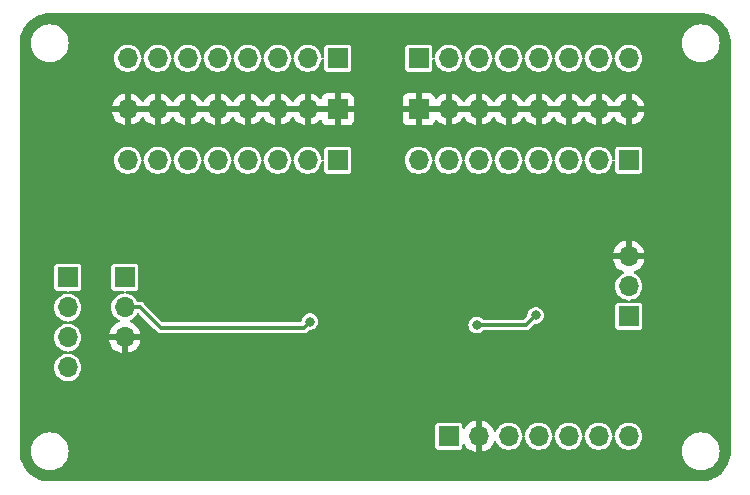
<source format=gbr>
%TF.GenerationSoftware,KiCad,Pcbnew,7.0.9*%
%TF.CreationDate,2023-12-10T22:34:59+01:00*%
%TF.ProjectId,LTC2439-Evaluation-board,4c544332-3433-4392-9d45-76616c756174,rev?*%
%TF.SameCoordinates,Original*%
%TF.FileFunction,Copper,L2,Bot*%
%TF.FilePolarity,Positive*%
%FSLAX46Y46*%
G04 Gerber Fmt 4.6, Leading zero omitted, Abs format (unit mm)*
G04 Created by KiCad (PCBNEW 7.0.9) date 2023-12-10 22:34:59*
%MOMM*%
%LPD*%
G01*
G04 APERTURE LIST*
%TA.AperFunction,ComponentPad*%
%ADD10R,1.700000X1.700000*%
%TD*%
%TA.AperFunction,ComponentPad*%
%ADD11O,1.700000X1.700000*%
%TD*%
%TA.AperFunction,ViaPad*%
%ADD12C,0.800000*%
%TD*%
%TA.AperFunction,Conductor*%
%ADD13C,0.300000*%
%TD*%
G04 APERTURE END LIST*
D10*
%TO.P,J4,1,Pin_1*%
%TO.N,VCC*%
X131318000Y-64262000D03*
D11*
%TO.P,J4,2,Pin_2*%
X128778000Y-64262000D03*
%TO.P,J4,3,Pin_3*%
X126238000Y-64262000D03*
%TO.P,J4,4,Pin_4*%
X123698000Y-64262000D03*
%TO.P,J4,5,Pin_5*%
X121158000Y-64262000D03*
%TO.P,J4,6,Pin_6*%
X118618000Y-64262000D03*
%TO.P,J4,7,Pin_7*%
X116078000Y-64262000D03*
%TO.P,J4,8,Pin_8*%
X113538000Y-64262000D03*
%TD*%
D10*
%TO.P,J3,1,Pin_1*%
%TO.N,CH0*%
X155941000Y-72898000D03*
D11*
%TO.P,J3,2,Pin_2*%
%TO.N,CH1*%
X153401000Y-72898000D03*
%TO.P,J3,3,Pin_3*%
%TO.N,CH2*%
X150861000Y-72898000D03*
%TO.P,J3,4,Pin_4*%
%TO.N,CH3*%
X148321000Y-72898000D03*
%TO.P,J3,5,Pin_5*%
%TO.N,CH4*%
X145781000Y-72898000D03*
%TO.P,J3,6,Pin_6*%
%TO.N,CH5*%
X143241000Y-72898000D03*
%TO.P,J3,7,Pin_7*%
%TO.N,CH6*%
X140701000Y-72898000D03*
%TO.P,J3,8,Pin_8*%
%TO.N,CH7*%
X138161000Y-72898000D03*
%TD*%
D10*
%TO.P,J10,1,Pin_1*%
%TO.N,Net-(J1-Pin_1)*%
X113284000Y-82804000D03*
D11*
%TO.P,J10,2,Pin_2*%
%TO.N,COM*%
X113284000Y-85344000D03*
%TO.P,J10,3,Pin_3*%
%TO.N,GND*%
X113284000Y-87884000D03*
%TD*%
D10*
%TO.P,J1,1,Pin_1*%
%TO.N,Net-(J1-Pin_1)*%
X108458000Y-82814000D03*
D11*
%TO.P,J1,2,Pin_2*%
X108458000Y-85354000D03*
%TO.P,J1,3,Pin_3*%
X108458000Y-87894000D03*
%TO.P,J1,4,Pin_4*%
X108458000Y-90434000D03*
%TD*%
%TO.P,J9,7,Pin_7*%
%TO.N,F0*%
X155951000Y-96266000D03*
%TO.P,J9,6,Pin_6*%
%TO.N,MOSI*%
X153411000Y-96266000D03*
%TO.P,J9,5,Pin_5*%
%TO.N,SCK*%
X150871000Y-96266000D03*
%TO.P,J9,4,Pin_4*%
%TO.N,MISO*%
X148331000Y-96266000D03*
%TO.P,J9,3,Pin_3*%
%TO.N,CS*%
X145791000Y-96266000D03*
%TO.P,J9,2,Pin_2*%
%TO.N,GND*%
X143251000Y-96266000D03*
D10*
%TO.P,J9,1,Pin_1*%
%TO.N,VCC*%
X140711000Y-96266000D03*
%TD*%
%TO.P,J6,1,Pin_1*%
%TO.N,VCC*%
X138176000Y-64262000D03*
D11*
%TO.P,J6,2,Pin_2*%
X140716000Y-64262000D03*
%TO.P,J6,3,Pin_3*%
X143256000Y-64262000D03*
%TO.P,J6,4,Pin_4*%
X145796000Y-64262000D03*
%TO.P,J6,5,Pin_5*%
X148336000Y-64262000D03*
%TO.P,J6,6,Pin_6*%
X150876000Y-64262000D03*
%TO.P,J6,7,Pin_7*%
X153416000Y-64262000D03*
%TO.P,J6,8,Pin_8*%
X155956000Y-64262000D03*
%TD*%
D10*
%TO.P,J7,1,Pin_1*%
%TO.N,GND*%
X131318000Y-68580000D03*
D11*
%TO.P,J7,2,Pin_2*%
X128778000Y-68580000D03*
%TO.P,J7,3,Pin_3*%
X126238000Y-68580000D03*
%TO.P,J7,4,Pin_4*%
X123698000Y-68580000D03*
%TO.P,J7,5,Pin_5*%
X121158000Y-68580000D03*
%TO.P,J7,6,Pin_6*%
X118618000Y-68580000D03*
%TO.P,J7,7,Pin_7*%
X116078000Y-68580000D03*
%TO.P,J7,8,Pin_8*%
X113538000Y-68580000D03*
%TD*%
D10*
%TO.P,J2,1,Pin_1*%
%TO.N,CH8*%
X131318000Y-72898000D03*
D11*
%TO.P,J2,2,Pin_2*%
%TO.N,CH9*%
X128778000Y-72898000D03*
%TO.P,J2,3,Pin_3*%
%TO.N,CH10*%
X126238000Y-72898000D03*
%TO.P,J2,4,Pin_4*%
%TO.N,CH11*%
X123698000Y-72898000D03*
%TO.P,J2,5,Pin_5*%
%TO.N,CH12*%
X121158000Y-72898000D03*
%TO.P,J2,6,Pin_6*%
%TO.N,CH13*%
X118618000Y-72898000D03*
%TO.P,J2,7,Pin_7*%
%TO.N,CH14*%
X116078000Y-72898000D03*
%TO.P,J2,8,Pin_8*%
%TO.N,CH15*%
X113538000Y-72898000D03*
%TD*%
D10*
%TO.P,J5,1,Pin_1*%
%TO.N,F0*%
X155956000Y-86106000D03*
D11*
%TO.P,J5,2,Pin_2*%
%TO.N,Net-(J5-Pin_2)*%
X155956000Y-83566000D03*
%TO.P,J5,3,Pin_3*%
%TO.N,GND*%
X155956000Y-81026000D03*
%TD*%
D10*
%TO.P,J8,1,Pin_1*%
%TO.N,GND*%
X138176000Y-68580000D03*
D11*
%TO.P,J8,2,Pin_2*%
X140716000Y-68580000D03*
%TO.P,J8,3,Pin_3*%
X143256000Y-68580000D03*
%TO.P,J8,4,Pin_4*%
X145796000Y-68580000D03*
%TO.P,J8,5,Pin_5*%
X148336000Y-68580000D03*
%TO.P,J8,6,Pin_6*%
X150876000Y-68580000D03*
%TO.P,J8,7,Pin_7*%
X153416000Y-68580000D03*
%TO.P,J8,8,Pin_8*%
X155956000Y-68580000D03*
%TD*%
D12*
%TO.N,COM*%
X128950000Y-86550000D03*
%TO.N,GND*%
X137525000Y-90700000D03*
X118872000Y-90424000D03*
X134750000Y-95975000D03*
X123698000Y-90424000D03*
X127000000Y-90424000D03*
X131325000Y-90725000D03*
%TO.N,Net-(J5-Pin_2)*%
X148075000Y-86025000D03*
X143075000Y-86850000D03*
%TD*%
D13*
%TO.N,COM*%
X128950000Y-86575000D02*
X128950000Y-86550000D01*
X116125000Y-86875000D02*
X116325000Y-87075000D01*
X114594000Y-85344000D02*
X116125000Y-86875000D01*
X128450000Y-87075000D02*
X128950000Y-86575000D01*
X116325000Y-87075000D02*
X128450000Y-87075000D01*
X113284000Y-85344000D02*
X114594000Y-85344000D01*
%TO.N,Net-(J5-Pin_2)*%
X143075000Y-86850000D02*
X147250000Y-86850000D01*
X147250000Y-86850000D02*
X148075000Y-86025000D01*
%TD*%
%TA.AperFunction,Conductor*%
%TO.N,GND*%
G36*
X115618507Y-68370156D02*
G01*
X115578000Y-68508111D01*
X115578000Y-68651889D01*
X115618507Y-68789844D01*
X115644314Y-68830000D01*
X113971686Y-68830000D01*
X113997493Y-68789844D01*
X114038000Y-68651889D01*
X114038000Y-68508111D01*
X113997493Y-68370156D01*
X113971686Y-68330000D01*
X115644314Y-68330000D01*
X115618507Y-68370156D01*
G37*
%TD.AperFunction*%
%TA.AperFunction,Conductor*%
G36*
X118158507Y-68370156D02*
G01*
X118118000Y-68508111D01*
X118118000Y-68651889D01*
X118158507Y-68789844D01*
X118184314Y-68830000D01*
X116511686Y-68830000D01*
X116537493Y-68789844D01*
X116578000Y-68651889D01*
X116578000Y-68508111D01*
X116537493Y-68370156D01*
X116511686Y-68330000D01*
X118184314Y-68330000D01*
X118158507Y-68370156D01*
G37*
%TD.AperFunction*%
%TA.AperFunction,Conductor*%
G36*
X120698507Y-68370156D02*
G01*
X120658000Y-68508111D01*
X120658000Y-68651889D01*
X120698507Y-68789844D01*
X120724314Y-68830000D01*
X119051686Y-68830000D01*
X119077493Y-68789844D01*
X119118000Y-68651889D01*
X119118000Y-68508111D01*
X119077493Y-68370156D01*
X119051686Y-68330000D01*
X120724314Y-68330000D01*
X120698507Y-68370156D01*
G37*
%TD.AperFunction*%
%TA.AperFunction,Conductor*%
G36*
X123238507Y-68370156D02*
G01*
X123198000Y-68508111D01*
X123198000Y-68651889D01*
X123238507Y-68789844D01*
X123264314Y-68830000D01*
X121591686Y-68830000D01*
X121617493Y-68789844D01*
X121658000Y-68651889D01*
X121658000Y-68508111D01*
X121617493Y-68370156D01*
X121591686Y-68330000D01*
X123264314Y-68330000D01*
X123238507Y-68370156D01*
G37*
%TD.AperFunction*%
%TA.AperFunction,Conductor*%
G36*
X125778507Y-68370156D02*
G01*
X125738000Y-68508111D01*
X125738000Y-68651889D01*
X125778507Y-68789844D01*
X125804314Y-68830000D01*
X124131686Y-68830000D01*
X124157493Y-68789844D01*
X124198000Y-68651889D01*
X124198000Y-68508111D01*
X124157493Y-68370156D01*
X124131686Y-68330000D01*
X125804314Y-68330000D01*
X125778507Y-68370156D01*
G37*
%TD.AperFunction*%
%TA.AperFunction,Conductor*%
G36*
X128318507Y-68370156D02*
G01*
X128278000Y-68508111D01*
X128278000Y-68651889D01*
X128318507Y-68789844D01*
X128344314Y-68830000D01*
X126671686Y-68830000D01*
X126697493Y-68789844D01*
X126738000Y-68651889D01*
X126738000Y-68508111D01*
X126697493Y-68370156D01*
X126671686Y-68330000D01*
X128344314Y-68330000D01*
X128318507Y-68370156D01*
G37*
%TD.AperFunction*%
%TA.AperFunction,Conductor*%
G36*
X130858507Y-68370156D02*
G01*
X130818000Y-68508111D01*
X130818000Y-68651889D01*
X130858507Y-68789844D01*
X130884314Y-68830000D01*
X129211686Y-68830000D01*
X129237493Y-68789844D01*
X129278000Y-68651889D01*
X129278000Y-68508111D01*
X129237493Y-68370156D01*
X129211686Y-68330000D01*
X130884314Y-68330000D01*
X130858507Y-68370156D01*
G37*
%TD.AperFunction*%
%TA.AperFunction,Conductor*%
G36*
X140256507Y-68370156D02*
G01*
X140216000Y-68508111D01*
X140216000Y-68651889D01*
X140256507Y-68789844D01*
X140282314Y-68830000D01*
X138609686Y-68830000D01*
X138635493Y-68789844D01*
X138676000Y-68651889D01*
X138676000Y-68508111D01*
X138635493Y-68370156D01*
X138609686Y-68330000D01*
X140282314Y-68330000D01*
X140256507Y-68370156D01*
G37*
%TD.AperFunction*%
%TA.AperFunction,Conductor*%
G36*
X142796507Y-68370156D02*
G01*
X142756000Y-68508111D01*
X142756000Y-68651889D01*
X142796507Y-68789844D01*
X142822314Y-68830000D01*
X141149686Y-68830000D01*
X141175493Y-68789844D01*
X141216000Y-68651889D01*
X141216000Y-68508111D01*
X141175493Y-68370156D01*
X141149686Y-68330000D01*
X142822314Y-68330000D01*
X142796507Y-68370156D01*
G37*
%TD.AperFunction*%
%TA.AperFunction,Conductor*%
G36*
X145336507Y-68370156D02*
G01*
X145296000Y-68508111D01*
X145296000Y-68651889D01*
X145336507Y-68789844D01*
X145362314Y-68830000D01*
X143689686Y-68830000D01*
X143715493Y-68789844D01*
X143756000Y-68651889D01*
X143756000Y-68508111D01*
X143715493Y-68370156D01*
X143689686Y-68330000D01*
X145362314Y-68330000D01*
X145336507Y-68370156D01*
G37*
%TD.AperFunction*%
%TA.AperFunction,Conductor*%
G36*
X147876507Y-68370156D02*
G01*
X147836000Y-68508111D01*
X147836000Y-68651889D01*
X147876507Y-68789844D01*
X147902314Y-68830000D01*
X146229686Y-68830000D01*
X146255493Y-68789844D01*
X146296000Y-68651889D01*
X146296000Y-68508111D01*
X146255493Y-68370156D01*
X146229686Y-68330000D01*
X147902314Y-68330000D01*
X147876507Y-68370156D01*
G37*
%TD.AperFunction*%
%TA.AperFunction,Conductor*%
G36*
X150416507Y-68370156D02*
G01*
X150376000Y-68508111D01*
X150376000Y-68651889D01*
X150416507Y-68789844D01*
X150442314Y-68830000D01*
X148769686Y-68830000D01*
X148795493Y-68789844D01*
X148836000Y-68651889D01*
X148836000Y-68508111D01*
X148795493Y-68370156D01*
X148769686Y-68330000D01*
X150442314Y-68330000D01*
X150416507Y-68370156D01*
G37*
%TD.AperFunction*%
%TA.AperFunction,Conductor*%
G36*
X152956507Y-68370156D02*
G01*
X152916000Y-68508111D01*
X152916000Y-68651889D01*
X152956507Y-68789844D01*
X152982314Y-68830000D01*
X151309686Y-68830000D01*
X151335493Y-68789844D01*
X151376000Y-68651889D01*
X151376000Y-68508111D01*
X151335493Y-68370156D01*
X151309686Y-68330000D01*
X152982314Y-68330000D01*
X152956507Y-68370156D01*
G37*
%TD.AperFunction*%
%TA.AperFunction,Conductor*%
G36*
X155496507Y-68370156D02*
G01*
X155456000Y-68508111D01*
X155456000Y-68651889D01*
X155496507Y-68789844D01*
X155522314Y-68830000D01*
X153849686Y-68830000D01*
X153875493Y-68789844D01*
X153916000Y-68651889D01*
X153916000Y-68508111D01*
X153875493Y-68370156D01*
X153849686Y-68330000D01*
X155522314Y-68330000D01*
X155496507Y-68370156D01*
G37*
%TD.AperFunction*%
%TA.AperFunction,Conductor*%
G36*
X162053735Y-60444598D02*
G01*
X162186676Y-60452063D01*
X162333762Y-60460323D01*
X162340652Y-60461099D01*
X162574332Y-60500803D01*
X162615434Y-60507787D01*
X162622218Y-60509335D01*
X162890040Y-60586493D01*
X162896607Y-60588792D01*
X163025352Y-60642119D01*
X163154110Y-60695452D01*
X163160359Y-60698462D01*
X163335162Y-60795072D01*
X163404301Y-60833284D01*
X163410193Y-60836986D01*
X163637497Y-60998267D01*
X163642937Y-61002605D01*
X163850756Y-61188323D01*
X163855676Y-61193243D01*
X164041394Y-61401062D01*
X164045732Y-61406502D01*
X164207013Y-61633806D01*
X164210715Y-61639698D01*
X164345533Y-61883632D01*
X164348552Y-61889901D01*
X164455207Y-62147392D01*
X164457506Y-62153959D01*
X164534664Y-62421781D01*
X164536212Y-62428565D01*
X164582898Y-62703333D01*
X164583677Y-62710247D01*
X164599402Y-62990264D01*
X164599500Y-62993741D01*
X164599500Y-97534258D01*
X164599402Y-97537735D01*
X164583677Y-97817752D01*
X164582898Y-97824666D01*
X164536212Y-98099434D01*
X164534664Y-98106218D01*
X164457506Y-98374040D01*
X164455207Y-98380607D01*
X164348552Y-98638098D01*
X164345533Y-98644367D01*
X164210715Y-98888301D01*
X164207013Y-98894193D01*
X164045732Y-99121497D01*
X164041394Y-99126937D01*
X163855676Y-99334756D01*
X163850756Y-99339676D01*
X163642937Y-99525394D01*
X163637497Y-99529732D01*
X163410193Y-99691013D01*
X163404301Y-99694715D01*
X163160367Y-99829533D01*
X163154098Y-99832552D01*
X162896607Y-99939207D01*
X162890040Y-99941506D01*
X162622218Y-100018664D01*
X162615434Y-100020212D01*
X162340666Y-100066898D01*
X162333752Y-100067677D01*
X162053735Y-100083402D01*
X162050258Y-100083500D01*
X106935742Y-100083500D01*
X106932265Y-100083402D01*
X106652248Y-100067677D01*
X106645333Y-100066898D01*
X106370565Y-100020212D01*
X106363781Y-100018664D01*
X106095959Y-99941506D01*
X106089392Y-99939207D01*
X105867948Y-99847483D01*
X105831897Y-99832550D01*
X105825632Y-99829533D01*
X105581698Y-99694715D01*
X105575806Y-99691013D01*
X105348502Y-99529732D01*
X105343062Y-99525394D01*
X105135243Y-99339676D01*
X105130323Y-99334756D01*
X104944605Y-99126937D01*
X104940267Y-99121497D01*
X104778986Y-98894193D01*
X104775284Y-98888301D01*
X104689394Y-98732895D01*
X104640462Y-98644359D01*
X104637452Y-98638110D01*
X104571818Y-98479653D01*
X104530792Y-98380607D01*
X104528493Y-98374040D01*
X104451335Y-98106218D01*
X104449787Y-98099434D01*
X104438348Y-98032110D01*
X104403099Y-97824652D01*
X104402323Y-97817762D01*
X104386693Y-97539429D01*
X104386598Y-97537735D01*
X104386549Y-97536000D01*
X105328551Y-97536000D01*
X105348317Y-97787151D01*
X105407126Y-98032110D01*
X105503533Y-98264859D01*
X105635160Y-98479653D01*
X105635161Y-98479656D01*
X105635164Y-98479659D01*
X105798776Y-98671224D01*
X105947066Y-98797875D01*
X105990343Y-98834838D01*
X105990346Y-98834839D01*
X106205140Y-98966466D01*
X106437889Y-99062873D01*
X106682852Y-99121683D01*
X106838950Y-99133968D01*
X106871116Y-99136500D01*
X106871118Y-99136500D01*
X106996884Y-99136500D01*
X107026518Y-99134167D01*
X107185148Y-99121683D01*
X107430111Y-99062873D01*
X107662859Y-98966466D01*
X107877659Y-98834836D01*
X108069224Y-98671224D01*
X108232836Y-98479659D01*
X108364466Y-98264859D01*
X108460873Y-98032111D01*
X108519683Y-97787148D01*
X108539449Y-97536000D01*
X108519683Y-97284852D01*
X108489914Y-97160856D01*
X139560500Y-97160856D01*
X139560502Y-97160882D01*
X139563413Y-97185987D01*
X139563415Y-97185991D01*
X139608793Y-97288764D01*
X139608794Y-97288765D01*
X139688235Y-97368206D01*
X139791009Y-97413585D01*
X139816135Y-97416500D01*
X141605864Y-97416499D01*
X141605879Y-97416497D01*
X141605882Y-97416497D01*
X141630987Y-97413586D01*
X141630988Y-97413585D01*
X141630991Y-97413585D01*
X141733765Y-97368206D01*
X141813206Y-97288765D01*
X141858585Y-97185991D01*
X141861500Y-97160865D01*
X141861499Y-97028516D01*
X141881183Y-96961480D01*
X141933987Y-96915725D01*
X142003145Y-96905781D01*
X142066701Y-96934805D01*
X142087073Y-96957395D01*
X142212890Y-97137078D01*
X142379917Y-97304105D01*
X142573421Y-97439600D01*
X142787507Y-97539429D01*
X142787516Y-97539433D01*
X143001000Y-97596634D01*
X143001000Y-96701501D01*
X143108685Y-96750680D01*
X143215237Y-96766000D01*
X143286763Y-96766000D01*
X143393315Y-96750680D01*
X143501000Y-96701501D01*
X143501000Y-97596633D01*
X143714483Y-97539433D01*
X143714492Y-97539429D01*
X143721846Y-97536000D01*
X160446551Y-97536000D01*
X160466317Y-97787151D01*
X160525126Y-98032110D01*
X160621533Y-98264859D01*
X160753160Y-98479653D01*
X160753161Y-98479656D01*
X160753164Y-98479659D01*
X160916776Y-98671224D01*
X161065066Y-98797875D01*
X161108343Y-98834838D01*
X161108346Y-98834839D01*
X161323140Y-98966466D01*
X161555889Y-99062873D01*
X161800852Y-99121683D01*
X161956950Y-99133968D01*
X161989116Y-99136500D01*
X161989118Y-99136500D01*
X162114884Y-99136500D01*
X162144518Y-99134167D01*
X162303148Y-99121683D01*
X162548111Y-99062873D01*
X162780859Y-98966466D01*
X162995659Y-98834836D01*
X163187224Y-98671224D01*
X163350836Y-98479659D01*
X163482466Y-98264859D01*
X163578873Y-98032111D01*
X163637683Y-97787148D01*
X163657449Y-97536000D01*
X163637683Y-97284852D01*
X163578873Y-97039889D01*
X163523324Y-96905781D01*
X163482466Y-96807140D01*
X163350839Y-96592346D01*
X163350838Y-96592343D01*
X163251338Y-96475844D01*
X163187224Y-96400776D01*
X163029422Y-96266000D01*
X162995656Y-96237161D01*
X162995653Y-96237160D01*
X162780859Y-96105533D01*
X162548110Y-96009126D01*
X162303150Y-95950317D01*
X162114884Y-95935500D01*
X162114882Y-95935500D01*
X161989118Y-95935500D01*
X161989116Y-95935500D01*
X161800849Y-95950317D01*
X161555889Y-96009126D01*
X161323140Y-96105533D01*
X161108346Y-96237160D01*
X161108343Y-96237161D01*
X160916776Y-96400776D01*
X160753161Y-96592343D01*
X160753160Y-96592346D01*
X160621533Y-96807140D01*
X160525126Y-97039889D01*
X160466317Y-97284848D01*
X160446551Y-97536000D01*
X143721846Y-97536000D01*
X143928578Y-97439600D01*
X144122082Y-97304105D01*
X144289105Y-97137082D01*
X144424600Y-96943578D01*
X144518294Y-96742651D01*
X144564466Y-96690212D01*
X144631660Y-96671060D01*
X144698541Y-96691276D01*
X144741676Y-96739785D01*
X144808632Y-96874253D01*
X144933716Y-97039889D01*
X144937128Y-97044407D01*
X145094698Y-97188052D01*
X145275981Y-97300298D01*
X145474802Y-97377321D01*
X145684390Y-97416500D01*
X145684392Y-97416500D01*
X145897608Y-97416500D01*
X145897610Y-97416500D01*
X146107198Y-97377321D01*
X146306019Y-97300298D01*
X146487302Y-97188052D01*
X146644872Y-97044407D01*
X146773366Y-96874255D01*
X146773367Y-96874253D01*
X146868403Y-96683394D01*
X146868403Y-96683393D01*
X146868405Y-96683389D01*
X146926756Y-96478310D01*
X146937529Y-96362047D01*
X146963315Y-96297111D01*
X147005622Y-96266804D01*
X147114130Y-96266804D01*
X147150503Y-96287668D01*
X147182693Y-96349681D01*
X147184471Y-96362048D01*
X147195244Y-96478310D01*
X147253596Y-96683392D01*
X147253596Y-96683394D01*
X147348632Y-96874253D01*
X147473716Y-97039889D01*
X147477128Y-97044407D01*
X147634698Y-97188052D01*
X147815981Y-97300298D01*
X148014802Y-97377321D01*
X148224390Y-97416500D01*
X148224392Y-97416500D01*
X148437608Y-97416500D01*
X148437610Y-97416500D01*
X148647198Y-97377321D01*
X148846019Y-97300298D01*
X149027302Y-97188052D01*
X149184872Y-97044407D01*
X149313366Y-96874255D01*
X149313367Y-96874253D01*
X149408403Y-96683394D01*
X149408403Y-96683393D01*
X149408405Y-96683389D01*
X149466756Y-96478310D01*
X149477529Y-96362047D01*
X149503315Y-96297111D01*
X149545622Y-96266804D01*
X149654130Y-96266804D01*
X149690503Y-96287668D01*
X149722693Y-96349681D01*
X149724471Y-96362048D01*
X149735244Y-96478310D01*
X149793596Y-96683392D01*
X149793596Y-96683394D01*
X149888632Y-96874253D01*
X150013716Y-97039889D01*
X150017128Y-97044407D01*
X150174698Y-97188052D01*
X150355981Y-97300298D01*
X150554802Y-97377321D01*
X150764390Y-97416500D01*
X150764392Y-97416500D01*
X150977608Y-97416500D01*
X150977610Y-97416500D01*
X151187198Y-97377321D01*
X151386019Y-97300298D01*
X151567302Y-97188052D01*
X151724872Y-97044407D01*
X151853366Y-96874255D01*
X151853367Y-96874253D01*
X151948403Y-96683394D01*
X151948403Y-96683393D01*
X151948405Y-96683389D01*
X152006756Y-96478310D01*
X152017529Y-96362047D01*
X152043315Y-96297111D01*
X152085622Y-96266804D01*
X152194130Y-96266804D01*
X152230503Y-96287668D01*
X152262693Y-96349681D01*
X152264471Y-96362048D01*
X152275244Y-96478310D01*
X152333596Y-96683392D01*
X152333596Y-96683394D01*
X152428632Y-96874253D01*
X152553716Y-97039889D01*
X152557128Y-97044407D01*
X152714698Y-97188052D01*
X152895981Y-97300298D01*
X153094802Y-97377321D01*
X153304390Y-97416500D01*
X153304392Y-97416500D01*
X153517608Y-97416500D01*
X153517610Y-97416500D01*
X153727198Y-97377321D01*
X153926019Y-97300298D01*
X154107302Y-97188052D01*
X154264872Y-97044407D01*
X154393366Y-96874255D01*
X154393367Y-96874253D01*
X154488403Y-96683394D01*
X154488403Y-96683393D01*
X154488405Y-96683389D01*
X154546756Y-96478310D01*
X154557529Y-96362047D01*
X154583315Y-96297111D01*
X154625622Y-96266804D01*
X154734130Y-96266804D01*
X154770503Y-96287668D01*
X154802693Y-96349681D01*
X154804471Y-96362048D01*
X154815244Y-96478310D01*
X154873596Y-96683392D01*
X154873596Y-96683394D01*
X154968632Y-96874253D01*
X155093716Y-97039889D01*
X155097128Y-97044407D01*
X155254698Y-97188052D01*
X155435981Y-97300298D01*
X155634802Y-97377321D01*
X155844390Y-97416500D01*
X155844392Y-97416500D01*
X156057608Y-97416500D01*
X156057610Y-97416500D01*
X156267198Y-97377321D01*
X156466019Y-97300298D01*
X156647302Y-97188052D01*
X156804872Y-97044407D01*
X156933366Y-96874255D01*
X156933367Y-96874253D01*
X157028403Y-96683394D01*
X157028403Y-96683393D01*
X157028405Y-96683389D01*
X157086756Y-96478310D01*
X157106429Y-96266000D01*
X157086756Y-96053690D01*
X157028405Y-95848611D01*
X157028403Y-95848606D01*
X157028403Y-95848605D01*
X156933367Y-95657746D01*
X156804872Y-95487593D01*
X156647302Y-95343948D01*
X156466019Y-95231702D01*
X156466017Y-95231701D01*
X156366608Y-95193190D01*
X156267198Y-95154679D01*
X156057610Y-95115500D01*
X155844390Y-95115500D01*
X155634802Y-95154679D01*
X155634799Y-95154679D01*
X155634799Y-95154680D01*
X155435982Y-95231701D01*
X155435980Y-95231702D01*
X155254699Y-95343947D01*
X155097127Y-95487593D01*
X154968632Y-95657746D01*
X154873596Y-95848605D01*
X154873596Y-95848607D01*
X154815244Y-96053689D01*
X154804471Y-96169951D01*
X154778685Y-96234888D01*
X154734130Y-96266804D01*
X154625622Y-96266804D01*
X154627869Y-96265194D01*
X154591497Y-96244331D01*
X154559307Y-96182318D01*
X154557529Y-96169951D01*
X154556849Y-96162613D01*
X154546756Y-96053690D01*
X154488405Y-95848611D01*
X154488403Y-95848606D01*
X154488403Y-95848605D01*
X154393367Y-95657746D01*
X154264872Y-95487593D01*
X154107302Y-95343948D01*
X153926019Y-95231702D01*
X153926017Y-95231701D01*
X153826608Y-95193190D01*
X153727198Y-95154679D01*
X153517610Y-95115500D01*
X153304390Y-95115500D01*
X153094802Y-95154679D01*
X153094799Y-95154679D01*
X153094799Y-95154680D01*
X152895982Y-95231701D01*
X152895980Y-95231702D01*
X152714699Y-95343947D01*
X152557127Y-95487593D01*
X152428632Y-95657746D01*
X152333596Y-95848605D01*
X152333596Y-95848607D01*
X152275244Y-96053689D01*
X152264471Y-96169951D01*
X152238685Y-96234888D01*
X152194130Y-96266804D01*
X152085622Y-96266804D01*
X152087869Y-96265194D01*
X152051497Y-96244331D01*
X152019307Y-96182318D01*
X152017529Y-96169951D01*
X152016849Y-96162613D01*
X152006756Y-96053690D01*
X151948405Y-95848611D01*
X151948403Y-95848606D01*
X151948403Y-95848605D01*
X151853367Y-95657746D01*
X151724872Y-95487593D01*
X151567302Y-95343948D01*
X151386019Y-95231702D01*
X151386017Y-95231701D01*
X151286608Y-95193190D01*
X151187198Y-95154679D01*
X150977610Y-95115500D01*
X150764390Y-95115500D01*
X150554802Y-95154679D01*
X150554799Y-95154679D01*
X150554799Y-95154680D01*
X150355982Y-95231701D01*
X150355980Y-95231702D01*
X150174699Y-95343947D01*
X150017127Y-95487593D01*
X149888632Y-95657746D01*
X149793596Y-95848605D01*
X149793596Y-95848607D01*
X149735244Y-96053689D01*
X149724471Y-96169951D01*
X149698685Y-96234888D01*
X149654130Y-96266804D01*
X149545622Y-96266804D01*
X149547869Y-96265194D01*
X149511497Y-96244331D01*
X149479307Y-96182318D01*
X149477529Y-96169951D01*
X149476849Y-96162613D01*
X149466756Y-96053690D01*
X149408405Y-95848611D01*
X149408403Y-95848606D01*
X149408403Y-95848605D01*
X149313367Y-95657746D01*
X149184872Y-95487593D01*
X149027302Y-95343948D01*
X148846019Y-95231702D01*
X148846017Y-95231701D01*
X148746608Y-95193190D01*
X148647198Y-95154679D01*
X148437610Y-95115500D01*
X148224390Y-95115500D01*
X148014802Y-95154679D01*
X148014799Y-95154679D01*
X148014799Y-95154680D01*
X147815982Y-95231701D01*
X147815980Y-95231702D01*
X147634699Y-95343947D01*
X147477127Y-95487593D01*
X147348632Y-95657746D01*
X147253596Y-95848605D01*
X147253596Y-95848607D01*
X147195244Y-96053689D01*
X147184471Y-96169951D01*
X147158685Y-96234888D01*
X147114130Y-96266804D01*
X147005622Y-96266804D01*
X147007869Y-96265194D01*
X146971497Y-96244331D01*
X146939307Y-96182318D01*
X146937529Y-96169951D01*
X146936849Y-96162613D01*
X146926756Y-96053690D01*
X146868405Y-95848611D01*
X146868403Y-95848606D01*
X146868403Y-95848605D01*
X146773367Y-95657746D01*
X146644872Y-95487593D01*
X146487302Y-95343948D01*
X146306019Y-95231702D01*
X146306017Y-95231701D01*
X146206608Y-95193190D01*
X146107198Y-95154679D01*
X145897610Y-95115500D01*
X145684390Y-95115500D01*
X145474802Y-95154679D01*
X145474799Y-95154679D01*
X145474799Y-95154680D01*
X145275982Y-95231701D01*
X145275980Y-95231702D01*
X145094699Y-95343947D01*
X144937127Y-95487593D01*
X144808634Y-95657744D01*
X144741676Y-95792215D01*
X144694173Y-95843452D01*
X144626510Y-95860873D01*
X144560170Y-95838947D01*
X144518294Y-95789348D01*
X144424600Y-95588422D01*
X144424599Y-95588420D01*
X144289113Y-95394926D01*
X144289108Y-95394920D01*
X144122082Y-95227894D01*
X143928578Y-95092399D01*
X143714492Y-94992570D01*
X143714486Y-94992567D01*
X143501000Y-94935364D01*
X143501000Y-95830498D01*
X143393315Y-95781320D01*
X143286763Y-95766000D01*
X143215237Y-95766000D01*
X143108685Y-95781320D01*
X143001000Y-95830498D01*
X143001000Y-94935364D01*
X143000999Y-94935364D01*
X142787513Y-94992567D01*
X142787507Y-94992570D01*
X142573422Y-95092399D01*
X142573420Y-95092400D01*
X142379926Y-95227886D01*
X142379920Y-95227891D01*
X142212891Y-95394920D01*
X142212890Y-95394922D01*
X142087074Y-95574606D01*
X142032497Y-95618230D01*
X141962998Y-95625423D01*
X141900644Y-95593901D01*
X141865230Y-95533671D01*
X141861499Y-95503482D01*
X141861499Y-95371143D01*
X141861499Y-95371136D01*
X141861497Y-95371117D01*
X141858586Y-95346012D01*
X141858585Y-95346010D01*
X141858585Y-95346009D01*
X141813206Y-95243235D01*
X141733765Y-95163794D01*
X141713124Y-95154680D01*
X141630992Y-95118415D01*
X141605865Y-95115500D01*
X139816143Y-95115500D01*
X139816117Y-95115502D01*
X139791012Y-95118413D01*
X139791008Y-95118415D01*
X139688235Y-95163793D01*
X139608794Y-95243234D01*
X139563415Y-95346006D01*
X139563415Y-95346008D01*
X139560500Y-95371131D01*
X139560500Y-97160856D01*
X108489914Y-97160856D01*
X108460873Y-97039889D01*
X108405324Y-96905781D01*
X108364466Y-96807140D01*
X108232839Y-96592346D01*
X108232838Y-96592343D01*
X108133338Y-96475844D01*
X108069224Y-96400776D01*
X107911422Y-96266000D01*
X107877656Y-96237161D01*
X107877653Y-96237160D01*
X107662859Y-96105533D01*
X107430110Y-96009126D01*
X107185150Y-95950317D01*
X106996884Y-95935500D01*
X106996882Y-95935500D01*
X106871118Y-95935500D01*
X106871116Y-95935500D01*
X106682849Y-95950317D01*
X106437889Y-96009126D01*
X106205140Y-96105533D01*
X105990346Y-96237160D01*
X105990343Y-96237161D01*
X105798776Y-96400776D01*
X105635161Y-96592343D01*
X105635160Y-96592346D01*
X105503533Y-96807140D01*
X105407126Y-97039889D01*
X105348317Y-97284848D01*
X105328551Y-97536000D01*
X104386549Y-97536000D01*
X104386500Y-97534258D01*
X104386500Y-90434000D01*
X107302571Y-90434000D01*
X107322244Y-90646310D01*
X107380596Y-90851392D01*
X107380596Y-90851394D01*
X107475632Y-91042253D01*
X107475634Y-91042255D01*
X107604128Y-91212407D01*
X107761698Y-91356052D01*
X107942981Y-91468298D01*
X108141802Y-91545321D01*
X108351390Y-91584500D01*
X108351392Y-91584500D01*
X108564608Y-91584500D01*
X108564610Y-91584500D01*
X108774198Y-91545321D01*
X108973019Y-91468298D01*
X109154302Y-91356052D01*
X109311872Y-91212407D01*
X109440366Y-91042255D01*
X109535405Y-90851389D01*
X109593756Y-90646310D01*
X109613429Y-90434000D01*
X109593756Y-90221690D01*
X109535405Y-90016611D01*
X109535403Y-90016606D01*
X109535403Y-90016605D01*
X109440367Y-89825746D01*
X109311872Y-89655593D01*
X109154302Y-89511948D01*
X108973019Y-89399702D01*
X108973017Y-89399701D01*
X108873608Y-89361190D01*
X108774198Y-89322679D01*
X108577385Y-89285888D01*
X108515106Y-89254221D01*
X108479833Y-89193908D01*
X108482767Y-89124100D01*
X108522976Y-89066960D01*
X108577384Y-89042111D01*
X108774198Y-89005321D01*
X108973019Y-88928298D01*
X109154302Y-88816052D01*
X109311872Y-88672407D01*
X109440366Y-88502255D01*
X109440367Y-88502253D01*
X109535403Y-88311394D01*
X109535403Y-88311393D01*
X109535405Y-88311389D01*
X109585877Y-88134000D01*
X111953364Y-88134000D01*
X112010567Y-88347486D01*
X112010570Y-88347492D01*
X112110399Y-88561578D01*
X112245894Y-88755082D01*
X112412917Y-88922105D01*
X112606421Y-89057600D01*
X112820507Y-89157429D01*
X112820516Y-89157433D01*
X113034000Y-89214634D01*
X113034000Y-88319501D01*
X113141685Y-88368680D01*
X113248237Y-88384000D01*
X113319763Y-88384000D01*
X113426315Y-88368680D01*
X113534000Y-88319501D01*
X113534000Y-89214633D01*
X113747483Y-89157433D01*
X113747492Y-89157429D01*
X113961578Y-89057600D01*
X114155082Y-88922105D01*
X114322105Y-88755082D01*
X114457600Y-88561578D01*
X114557429Y-88347492D01*
X114557432Y-88347486D01*
X114614636Y-88134000D01*
X113717686Y-88134000D01*
X113743493Y-88093844D01*
X113784000Y-87955889D01*
X113784000Y-87812111D01*
X113743493Y-87674156D01*
X113717686Y-87634000D01*
X114614636Y-87634000D01*
X114614635Y-87633999D01*
X114557432Y-87420513D01*
X114557429Y-87420507D01*
X114457600Y-87206422D01*
X114457599Y-87206420D01*
X114322113Y-87012926D01*
X114322108Y-87012920D01*
X114155082Y-86845894D01*
X113961578Y-86710399D01*
X113762426Y-86617533D01*
X113709987Y-86571360D01*
X113690835Y-86504167D01*
X113711051Y-86437286D01*
X113764216Y-86391951D01*
X113770005Y-86389537D01*
X113799019Y-86378298D01*
X113980302Y-86266052D01*
X114137872Y-86122407D01*
X114266366Y-85952255D01*
X114288868Y-85907063D01*
X114336368Y-85855827D01*
X114404031Y-85838404D01*
X114470372Y-85860328D01*
X114487549Y-85874653D01*
X115756091Y-87143194D01*
X115756101Y-87143205D01*
X115758433Y-87145537D01*
X115758434Y-87145538D01*
X115986098Y-87373201D01*
X115990726Y-87378380D01*
X116015121Y-87408970D01*
X116015121Y-87408971D01*
X116064271Y-87442480D01*
X116112118Y-87477793D01*
X116119654Y-87481776D01*
X116127319Y-87485467D01*
X116127327Y-87485472D01*
X116184177Y-87503007D01*
X116240297Y-87522645D01*
X116240299Y-87522645D01*
X116240301Y-87522646D01*
X116240302Y-87522646D01*
X116248698Y-87524234D01*
X116257095Y-87525500D01*
X116257098Y-87525500D01*
X116316559Y-87525500D01*
X116376009Y-87527725D01*
X116376009Y-87527724D01*
X116376010Y-87527725D01*
X116376010Y-87527724D01*
X116385242Y-87526685D01*
X116385335Y-87527513D01*
X116400639Y-87525500D01*
X128421217Y-87525500D01*
X128428155Y-87525889D01*
X128460050Y-87529483D01*
X128467034Y-87530270D01*
X128467034Y-87530269D01*
X128467035Y-87530270D01*
X128525479Y-87519211D01*
X128584287Y-87510348D01*
X128584290Y-87510346D01*
X128592447Y-87507830D01*
X128600469Y-87505023D01*
X128600472Y-87505023D01*
X128653072Y-87477222D01*
X128706642Y-87451425D01*
X128706642Y-87451424D01*
X128706644Y-87451424D01*
X128713695Y-87446616D01*
X128720538Y-87441566D01*
X128762599Y-87399504D01*
X128762797Y-87399320D01*
X128806194Y-87359055D01*
X128806196Y-87359050D01*
X128811987Y-87351790D01*
X128812643Y-87352313D01*
X128822032Y-87340070D01*
X128875287Y-87286817D01*
X128936611Y-87253333D01*
X128962967Y-87250500D01*
X129035056Y-87250500D01*
X129200225Y-87209790D01*
X129322646Y-87145538D01*
X129350849Y-87130736D01*
X129350850Y-87130734D01*
X129350852Y-87130734D01*
X129478183Y-87017929D01*
X129574818Y-86877930D01*
X129585410Y-86850000D01*
X142369355Y-86850000D01*
X142389859Y-87018869D01*
X142389860Y-87018874D01*
X142450182Y-87177931D01*
X142502403Y-87253585D01*
X142546817Y-87317929D01*
X142649581Y-87408970D01*
X142674150Y-87430736D01*
X142824773Y-87509789D01*
X142824775Y-87509790D01*
X142989944Y-87550500D01*
X143160056Y-87550500D01*
X143325225Y-87509790D01*
X143475852Y-87430734D01*
X143564962Y-87351790D01*
X143587656Y-87331685D01*
X143650889Y-87301963D01*
X143669883Y-87300500D01*
X147221217Y-87300500D01*
X147228155Y-87300889D01*
X147260050Y-87304483D01*
X147267034Y-87305270D01*
X147267034Y-87305269D01*
X147267035Y-87305270D01*
X147325479Y-87294211D01*
X147384287Y-87285348D01*
X147384290Y-87285346D01*
X147392447Y-87282830D01*
X147400469Y-87280023D01*
X147400472Y-87280023D01*
X147453072Y-87252222D01*
X147506642Y-87226425D01*
X147506642Y-87226424D01*
X147506644Y-87226424D01*
X147513695Y-87221616D01*
X147520538Y-87216566D01*
X147562599Y-87174504D01*
X147606194Y-87134055D01*
X147606196Y-87134050D01*
X147611987Y-87126790D01*
X147612643Y-87127313D01*
X147622032Y-87115070D01*
X147975284Y-86761819D01*
X148036607Y-86728334D01*
X148062965Y-86725500D01*
X148160056Y-86725500D01*
X148325225Y-86684790D01*
X148451184Y-86618681D01*
X148475849Y-86605736D01*
X148475850Y-86605734D01*
X148475852Y-86605734D01*
X148603183Y-86492929D01*
X148699818Y-86352930D01*
X148760140Y-86193872D01*
X148780645Y-86025000D01*
X148760140Y-85856128D01*
X148699818Y-85697070D01*
X148603183Y-85557071D01*
X148475852Y-85444266D01*
X148475849Y-85444263D01*
X148325226Y-85365210D01*
X148160056Y-85324500D01*
X147989944Y-85324500D01*
X147824773Y-85365210D01*
X147674150Y-85444263D01*
X147546816Y-85557072D01*
X147450182Y-85697068D01*
X147389860Y-85856125D01*
X147389859Y-85856130D01*
X147369355Y-86025000D01*
X147369355Y-86025002D01*
X147369500Y-86026198D01*
X147369355Y-86027069D01*
X147369355Y-86032500D01*
X147368451Y-86032500D01*
X147358031Y-86095120D01*
X147334083Y-86128812D01*
X147099714Y-86363182D01*
X147038394Y-86396666D01*
X147012035Y-86399500D01*
X143669883Y-86399500D01*
X143602844Y-86379815D01*
X143587656Y-86368315D01*
X143475852Y-86269266D01*
X143475850Y-86269264D01*
X143325226Y-86190210D01*
X143160056Y-86149500D01*
X142989944Y-86149500D01*
X142824773Y-86190210D01*
X142674150Y-86269263D01*
X142579709Y-86352931D01*
X142547882Y-86381128D01*
X142546816Y-86382072D01*
X142450182Y-86522068D01*
X142389860Y-86681125D01*
X142389859Y-86681130D01*
X142369355Y-86850000D01*
X129585410Y-86850000D01*
X129635140Y-86718872D01*
X129655645Y-86550000D01*
X129635140Y-86381128D01*
X129574818Y-86222070D01*
X129552826Y-86190210D01*
X129524726Y-86149500D01*
X129478183Y-86082071D01*
X129350852Y-85969266D01*
X129350849Y-85969263D01*
X129200226Y-85890210D01*
X129035056Y-85849500D01*
X128864944Y-85849500D01*
X128699773Y-85890210D01*
X128549150Y-85969263D01*
X128421816Y-86082072D01*
X128325182Y-86222068D01*
X128264860Y-86381125D01*
X128264859Y-86381131D01*
X128248551Y-86515446D01*
X128220929Y-86579624D01*
X128162995Y-86618681D01*
X128125455Y-86624500D01*
X116562966Y-86624500D01*
X116495927Y-86604815D01*
X116475285Y-86588181D01*
X114932908Y-85045805D01*
X114928271Y-85040617D01*
X114903878Y-85010029D01*
X114854728Y-84976519D01*
X114806882Y-84941207D01*
X114799297Y-84937198D01*
X114791677Y-84933529D01*
X114767161Y-84925967D01*
X114734822Y-84915992D01*
X114714154Y-84908760D01*
X114678695Y-84896352D01*
X114670326Y-84894768D01*
X114661904Y-84893500D01*
X114661902Y-84893500D01*
X114602426Y-84893500D01*
X114542990Y-84891275D01*
X114533756Y-84892316D01*
X114533662Y-84891486D01*
X114518364Y-84893500D01*
X114421695Y-84893500D01*
X114354656Y-84873815D01*
X114310696Y-84824774D01*
X114266366Y-84735745D01*
X114137872Y-84565593D01*
X113980302Y-84421948D01*
X113799019Y-84309702D01*
X113799017Y-84309701D01*
X113699608Y-84271190D01*
X113600198Y-84232679D01*
X113427456Y-84200387D01*
X113365176Y-84168719D01*
X113329903Y-84108407D01*
X113332837Y-84038599D01*
X113373046Y-83981459D01*
X113437764Y-83955128D01*
X113450233Y-83954499D01*
X114178864Y-83954499D01*
X114178879Y-83954497D01*
X114178882Y-83954497D01*
X114203987Y-83951586D01*
X114203988Y-83951585D01*
X114203991Y-83951585D01*
X114306765Y-83906206D01*
X114386206Y-83826765D01*
X114431585Y-83723991D01*
X114434500Y-83698865D01*
X114434499Y-81909136D01*
X114434497Y-81909117D01*
X114431586Y-81884012D01*
X114431585Y-81884010D01*
X114431585Y-81884009D01*
X114386206Y-81781235D01*
X114306765Y-81701794D01*
X114306763Y-81701793D01*
X114203992Y-81656415D01*
X114178865Y-81653500D01*
X112389143Y-81653500D01*
X112389117Y-81653502D01*
X112364012Y-81656413D01*
X112364008Y-81656415D01*
X112261235Y-81701793D01*
X112181794Y-81781234D01*
X112136415Y-81884006D01*
X112136415Y-81884008D01*
X112133500Y-81909131D01*
X112133500Y-83698856D01*
X112133502Y-83698882D01*
X112136413Y-83723987D01*
X112136415Y-83723991D01*
X112181793Y-83826764D01*
X112181794Y-83826765D01*
X112261235Y-83906206D01*
X112364009Y-83951585D01*
X112389135Y-83954500D01*
X113117758Y-83954499D01*
X113184795Y-83974183D01*
X113230550Y-84026987D01*
X113240494Y-84096146D01*
X113211469Y-84159702D01*
X113152691Y-84197476D01*
X113140542Y-84200388D01*
X113123895Y-84203500D01*
X112967802Y-84232679D01*
X112967800Y-84232679D01*
X112967798Y-84232680D01*
X112768982Y-84309701D01*
X112768980Y-84309702D01*
X112587699Y-84421947D01*
X112430127Y-84565593D01*
X112301632Y-84735746D01*
X112206596Y-84926605D01*
X112206596Y-84926607D01*
X112148244Y-85131689D01*
X112128571Y-85343999D01*
X112128571Y-85344000D01*
X112148244Y-85556310D01*
X112206596Y-85761392D01*
X112206596Y-85761394D01*
X112301632Y-85952253D01*
X112430127Y-86122406D01*
X112430128Y-86122407D01*
X112587698Y-86266052D01*
X112768981Y-86378298D01*
X112797961Y-86389525D01*
X112853362Y-86432095D01*
X112876954Y-86497861D01*
X112861244Y-86565942D01*
X112811222Y-86614722D01*
X112805573Y-86617533D01*
X112606422Y-86710399D01*
X112606420Y-86710400D01*
X112412926Y-86845886D01*
X112412920Y-86845891D01*
X112245891Y-87012920D01*
X112245886Y-87012926D01*
X112110400Y-87206420D01*
X112110399Y-87206422D01*
X112010570Y-87420507D01*
X112010567Y-87420513D01*
X111953364Y-87633999D01*
X111953364Y-87634000D01*
X112850314Y-87634000D01*
X112824507Y-87674156D01*
X112784000Y-87812111D01*
X112784000Y-87955889D01*
X112824507Y-88093844D01*
X112850314Y-88134000D01*
X111953364Y-88134000D01*
X109585877Y-88134000D01*
X109593756Y-88106310D01*
X109613429Y-87894000D01*
X109593756Y-87681690D01*
X109535405Y-87476611D01*
X109535403Y-87476606D01*
X109535403Y-87476605D01*
X109440367Y-87285746D01*
X109311872Y-87115593D01*
X109213586Y-87025993D01*
X109154302Y-86971948D01*
X108973019Y-86859702D01*
X108973017Y-86859701D01*
X108873608Y-86821190D01*
X108774198Y-86782679D01*
X108577385Y-86745888D01*
X108515106Y-86714221D01*
X108479833Y-86653908D01*
X108482767Y-86584100D01*
X108522976Y-86526960D01*
X108577384Y-86502111D01*
X108774198Y-86465321D01*
X108973019Y-86388298D01*
X109154302Y-86276052D01*
X109311872Y-86132407D01*
X109440366Y-85962255D01*
X109491119Y-85860328D01*
X109535403Y-85771394D01*
X109535403Y-85771393D01*
X109535405Y-85771389D01*
X109593756Y-85566310D01*
X109613429Y-85354000D01*
X109593756Y-85141690D01*
X109535405Y-84936611D01*
X109535403Y-84936606D01*
X109535403Y-84936605D01*
X109440367Y-84745746D01*
X109311872Y-84575593D01*
X109300903Y-84565593D01*
X109154302Y-84431948D01*
X108973019Y-84319702D01*
X108973017Y-84319701D01*
X108873608Y-84281190D01*
X108774198Y-84242679D01*
X108601456Y-84210387D01*
X108539176Y-84178719D01*
X108503903Y-84118407D01*
X108506837Y-84048599D01*
X108547046Y-83991459D01*
X108611764Y-83965128D01*
X108624233Y-83964499D01*
X109352864Y-83964499D01*
X109352879Y-83964497D01*
X109352882Y-83964497D01*
X109377987Y-83961586D01*
X109377988Y-83961585D01*
X109377991Y-83961585D01*
X109480765Y-83916206D01*
X109560206Y-83836765D01*
X109605585Y-83733991D01*
X109608500Y-83708865D01*
X109608499Y-81919136D01*
X109607340Y-81909143D01*
X109605586Y-81894012D01*
X109605585Y-81894010D01*
X109605585Y-81894009D01*
X109560206Y-81791235D01*
X109480765Y-81711794D01*
X109480763Y-81711793D01*
X109377992Y-81666415D01*
X109352865Y-81663500D01*
X107563143Y-81663500D01*
X107563117Y-81663502D01*
X107538012Y-81666413D01*
X107538008Y-81666415D01*
X107435235Y-81711793D01*
X107355794Y-81791234D01*
X107310415Y-81894006D01*
X107310415Y-81894008D01*
X107307500Y-81919131D01*
X107307500Y-83708856D01*
X107307502Y-83708882D01*
X107310413Y-83733987D01*
X107310415Y-83733991D01*
X107355793Y-83836764D01*
X107355794Y-83836765D01*
X107435235Y-83916206D01*
X107538009Y-83961585D01*
X107563135Y-83964500D01*
X108291758Y-83964499D01*
X108358795Y-83984183D01*
X108404550Y-84036987D01*
X108414494Y-84106146D01*
X108385469Y-84169702D01*
X108326691Y-84207476D01*
X108314542Y-84210388D01*
X108258116Y-84220935D01*
X108141802Y-84242679D01*
X108141800Y-84242679D01*
X108141798Y-84242680D01*
X107942982Y-84319701D01*
X107942980Y-84319702D01*
X107761699Y-84431947D01*
X107604127Y-84575593D01*
X107475632Y-84745746D01*
X107380596Y-84936605D01*
X107380596Y-84936607D01*
X107322244Y-85141689D01*
X107305305Y-85324500D01*
X107302571Y-85354000D01*
X107322244Y-85566310D01*
X107359448Y-85697068D01*
X107380596Y-85771392D01*
X107380596Y-85771394D01*
X107475632Y-85962253D01*
X107596576Y-86122407D01*
X107604128Y-86132407D01*
X107761698Y-86276052D01*
X107942981Y-86388298D01*
X108141802Y-86465321D01*
X108338613Y-86502111D01*
X108400893Y-86533779D01*
X108436166Y-86594092D01*
X108433232Y-86663900D01*
X108393023Y-86721040D01*
X108338613Y-86745888D01*
X108141802Y-86782679D01*
X108141799Y-86782679D01*
X108141799Y-86782680D01*
X107942982Y-86859701D01*
X107942980Y-86859702D01*
X107761699Y-86971947D01*
X107604127Y-87115593D01*
X107475632Y-87285746D01*
X107380596Y-87476605D01*
X107380596Y-87476607D01*
X107322244Y-87681689D01*
X107302571Y-87893999D01*
X107302571Y-87894000D01*
X107322244Y-88106310D01*
X107380596Y-88311392D01*
X107380596Y-88311394D01*
X107475632Y-88502253D01*
X107475634Y-88502255D01*
X107604128Y-88672407D01*
X107761698Y-88816052D01*
X107942981Y-88928298D01*
X108141802Y-89005321D01*
X108338613Y-89042111D01*
X108400893Y-89073779D01*
X108436166Y-89134092D01*
X108433232Y-89203900D01*
X108393023Y-89261040D01*
X108338613Y-89285888D01*
X108141802Y-89322679D01*
X108141799Y-89322679D01*
X108141799Y-89322680D01*
X107942982Y-89399701D01*
X107942980Y-89399702D01*
X107761699Y-89511947D01*
X107604127Y-89655593D01*
X107475632Y-89825746D01*
X107380596Y-90016605D01*
X107380596Y-90016607D01*
X107322244Y-90221689D01*
X107302571Y-90433999D01*
X107302571Y-90434000D01*
X104386500Y-90434000D01*
X104386500Y-81276000D01*
X154625364Y-81276000D01*
X154682567Y-81489486D01*
X154682570Y-81489492D01*
X154782399Y-81703578D01*
X154917894Y-81897082D01*
X155084917Y-82064105D01*
X155278421Y-82199600D01*
X155477573Y-82292466D01*
X155530012Y-82338638D01*
X155549164Y-82405832D01*
X155528948Y-82472713D01*
X155475783Y-82518048D01*
X155469968Y-82520472D01*
X155462771Y-82523260D01*
X155440982Y-82531701D01*
X155440980Y-82531702D01*
X155259699Y-82643947D01*
X155102127Y-82787593D01*
X154973632Y-82957746D01*
X154878596Y-83148605D01*
X154878596Y-83148607D01*
X154878595Y-83148611D01*
X154820244Y-83353690D01*
X154800571Y-83566000D01*
X154820244Y-83778310D01*
X154872391Y-83961586D01*
X154878596Y-83983392D01*
X154878596Y-83983394D01*
X154973632Y-84174253D01*
X155083471Y-84319702D01*
X155102128Y-84344407D01*
X155259698Y-84488052D01*
X155440981Y-84600298D01*
X155639802Y-84677321D01*
X155812544Y-84709612D01*
X155874823Y-84741279D01*
X155910096Y-84801591D01*
X155907162Y-84871400D01*
X155866953Y-84928540D01*
X155802235Y-84954871D01*
X155789757Y-84955500D01*
X155061143Y-84955500D01*
X155061117Y-84955502D01*
X155036012Y-84958413D01*
X155036008Y-84958415D01*
X154933235Y-85003793D01*
X154853794Y-85083234D01*
X154808415Y-85186006D01*
X154808415Y-85186008D01*
X154805500Y-85211131D01*
X154805500Y-87000856D01*
X154805502Y-87000882D01*
X154808413Y-87025987D01*
X154808415Y-87025991D01*
X154853793Y-87128764D01*
X154853794Y-87128765D01*
X154933235Y-87208206D01*
X155036009Y-87253585D01*
X155061135Y-87256500D01*
X156850864Y-87256499D01*
X156850879Y-87256497D01*
X156850882Y-87256497D01*
X156875987Y-87253586D01*
X156875988Y-87253585D01*
X156875991Y-87253585D01*
X156978765Y-87208206D01*
X157058206Y-87128765D01*
X157103585Y-87025991D01*
X157106500Y-87000865D01*
X157106499Y-85211136D01*
X157106497Y-85211117D01*
X157103586Y-85186012D01*
X157103585Y-85186010D01*
X157103585Y-85186009D01*
X157058206Y-85083235D01*
X156978765Y-85003794D01*
X156916993Y-84976519D01*
X156875992Y-84958415D01*
X156850868Y-84955500D01*
X156122243Y-84955500D01*
X156055204Y-84935815D01*
X156009449Y-84883011D01*
X155999505Y-84813853D01*
X156028530Y-84750297D01*
X156087308Y-84712523D01*
X156099441Y-84709614D01*
X156272198Y-84677321D01*
X156471019Y-84600298D01*
X156652302Y-84488052D01*
X156809872Y-84344407D01*
X156938366Y-84174255D01*
X157033405Y-83983389D01*
X157091756Y-83778310D01*
X157111429Y-83566000D01*
X157091756Y-83353690D01*
X157033405Y-83148611D01*
X157033403Y-83148606D01*
X157033403Y-83148605D01*
X156938367Y-82957746D01*
X156809872Y-82787593D01*
X156652302Y-82643948D01*
X156471019Y-82531702D01*
X156471014Y-82531700D01*
X156464129Y-82529032D01*
X156442037Y-82520474D01*
X156386636Y-82477903D01*
X156363045Y-82412136D01*
X156378756Y-82344056D01*
X156428779Y-82295276D01*
X156434426Y-82292466D01*
X156633578Y-82199599D01*
X156827082Y-82064105D01*
X156994105Y-81897082D01*
X157129600Y-81703578D01*
X157229429Y-81489492D01*
X157229432Y-81489486D01*
X157286636Y-81276000D01*
X156389686Y-81276000D01*
X156415493Y-81235844D01*
X156456000Y-81097889D01*
X156456000Y-80954111D01*
X156415493Y-80816156D01*
X156389686Y-80776000D01*
X157286636Y-80776000D01*
X157286635Y-80775999D01*
X157229432Y-80562513D01*
X157229429Y-80562507D01*
X157129600Y-80348422D01*
X157129599Y-80348420D01*
X156994113Y-80154926D01*
X156994108Y-80154920D01*
X156827082Y-79987894D01*
X156633578Y-79852399D01*
X156419492Y-79752570D01*
X156419486Y-79752567D01*
X156206000Y-79695364D01*
X156206000Y-80590498D01*
X156098315Y-80541320D01*
X155991763Y-80526000D01*
X155920237Y-80526000D01*
X155813685Y-80541320D01*
X155706000Y-80590498D01*
X155706000Y-79695364D01*
X155705999Y-79695364D01*
X155492513Y-79752567D01*
X155492507Y-79752570D01*
X155278422Y-79852399D01*
X155278420Y-79852400D01*
X155084926Y-79987886D01*
X155084920Y-79987891D01*
X154917891Y-80154920D01*
X154917886Y-80154926D01*
X154782400Y-80348420D01*
X154782399Y-80348422D01*
X154682570Y-80562507D01*
X154682567Y-80562513D01*
X154625364Y-80775999D01*
X154625364Y-80776000D01*
X155522314Y-80776000D01*
X155496507Y-80816156D01*
X155456000Y-80954111D01*
X155456000Y-81097889D01*
X155496507Y-81235844D01*
X155522314Y-81276000D01*
X154625364Y-81276000D01*
X104386500Y-81276000D01*
X104386500Y-72898000D01*
X112382571Y-72898000D01*
X112402244Y-73110310D01*
X112460596Y-73315392D01*
X112460596Y-73315394D01*
X112555632Y-73506253D01*
X112555634Y-73506255D01*
X112684128Y-73676407D01*
X112841698Y-73820052D01*
X113022981Y-73932298D01*
X113221802Y-74009321D01*
X113431390Y-74048500D01*
X113431392Y-74048500D01*
X113644608Y-74048500D01*
X113644610Y-74048500D01*
X113854198Y-74009321D01*
X114053019Y-73932298D01*
X114234302Y-73820052D01*
X114391872Y-73676407D01*
X114520366Y-73506255D01*
X114615405Y-73315389D01*
X114673756Y-73110310D01*
X114684529Y-72994047D01*
X114710315Y-72929111D01*
X114752622Y-72898804D01*
X114861130Y-72898804D01*
X114897503Y-72919668D01*
X114929693Y-72981681D01*
X114931471Y-72994048D01*
X114942244Y-73110310D01*
X115000596Y-73315392D01*
X115000596Y-73315394D01*
X115095632Y-73506253D01*
X115095634Y-73506255D01*
X115224128Y-73676407D01*
X115381698Y-73820052D01*
X115562981Y-73932298D01*
X115761802Y-74009321D01*
X115971390Y-74048500D01*
X115971392Y-74048500D01*
X116184608Y-74048500D01*
X116184610Y-74048500D01*
X116394198Y-74009321D01*
X116593019Y-73932298D01*
X116774302Y-73820052D01*
X116931872Y-73676407D01*
X117060366Y-73506255D01*
X117155405Y-73315389D01*
X117213756Y-73110310D01*
X117224529Y-72994047D01*
X117250315Y-72929111D01*
X117292622Y-72898804D01*
X117401130Y-72898804D01*
X117437503Y-72919668D01*
X117469693Y-72981681D01*
X117471471Y-72994048D01*
X117482244Y-73110310D01*
X117540596Y-73315392D01*
X117540596Y-73315394D01*
X117635632Y-73506253D01*
X117635634Y-73506255D01*
X117764128Y-73676407D01*
X117921698Y-73820052D01*
X118102981Y-73932298D01*
X118301802Y-74009321D01*
X118511390Y-74048500D01*
X118511392Y-74048500D01*
X118724608Y-74048500D01*
X118724610Y-74048500D01*
X118934198Y-74009321D01*
X119133019Y-73932298D01*
X119314302Y-73820052D01*
X119471872Y-73676407D01*
X119600366Y-73506255D01*
X119695405Y-73315389D01*
X119753756Y-73110310D01*
X119764529Y-72994047D01*
X119790315Y-72929111D01*
X119832622Y-72898804D01*
X119941130Y-72898804D01*
X119977503Y-72919668D01*
X120009693Y-72981681D01*
X120011471Y-72994048D01*
X120022244Y-73110310D01*
X120080596Y-73315392D01*
X120080596Y-73315394D01*
X120175632Y-73506253D01*
X120175634Y-73506255D01*
X120304128Y-73676407D01*
X120461698Y-73820052D01*
X120642981Y-73932298D01*
X120841802Y-74009321D01*
X121051390Y-74048500D01*
X121051392Y-74048500D01*
X121264608Y-74048500D01*
X121264610Y-74048500D01*
X121474198Y-74009321D01*
X121673019Y-73932298D01*
X121854302Y-73820052D01*
X122011872Y-73676407D01*
X122140366Y-73506255D01*
X122235405Y-73315389D01*
X122293756Y-73110310D01*
X122304529Y-72994047D01*
X122330315Y-72929111D01*
X122372622Y-72898804D01*
X122481130Y-72898804D01*
X122517503Y-72919668D01*
X122549693Y-72981681D01*
X122551471Y-72994048D01*
X122562244Y-73110310D01*
X122620596Y-73315392D01*
X122620596Y-73315394D01*
X122715632Y-73506253D01*
X122715634Y-73506255D01*
X122844128Y-73676407D01*
X123001698Y-73820052D01*
X123182981Y-73932298D01*
X123381802Y-74009321D01*
X123591390Y-74048500D01*
X123591392Y-74048500D01*
X123804608Y-74048500D01*
X123804610Y-74048500D01*
X124014198Y-74009321D01*
X124213019Y-73932298D01*
X124394302Y-73820052D01*
X124551872Y-73676407D01*
X124680366Y-73506255D01*
X124775405Y-73315389D01*
X124833756Y-73110310D01*
X124844529Y-72994047D01*
X124870315Y-72929111D01*
X124912622Y-72898804D01*
X125021130Y-72898804D01*
X125057503Y-72919668D01*
X125089693Y-72981681D01*
X125091471Y-72994048D01*
X125102244Y-73110310D01*
X125160596Y-73315392D01*
X125160596Y-73315394D01*
X125255632Y-73506253D01*
X125255634Y-73506255D01*
X125384128Y-73676407D01*
X125541698Y-73820052D01*
X125722981Y-73932298D01*
X125921802Y-74009321D01*
X126131390Y-74048500D01*
X126131392Y-74048500D01*
X126344608Y-74048500D01*
X126344610Y-74048500D01*
X126554198Y-74009321D01*
X126753019Y-73932298D01*
X126934302Y-73820052D01*
X127091872Y-73676407D01*
X127220366Y-73506255D01*
X127315405Y-73315389D01*
X127373756Y-73110310D01*
X127384529Y-72994047D01*
X127410315Y-72929111D01*
X127452622Y-72898804D01*
X127561130Y-72898804D01*
X127597503Y-72919668D01*
X127629693Y-72981681D01*
X127631471Y-72994048D01*
X127642244Y-73110310D01*
X127700596Y-73315392D01*
X127700596Y-73315394D01*
X127795632Y-73506253D01*
X127795634Y-73506255D01*
X127924128Y-73676407D01*
X128081698Y-73820052D01*
X128262981Y-73932298D01*
X128461802Y-74009321D01*
X128671390Y-74048500D01*
X128671392Y-74048500D01*
X128884608Y-74048500D01*
X128884610Y-74048500D01*
X129094198Y-74009321D01*
X129293019Y-73932298D01*
X129474302Y-73820052D01*
X129631872Y-73676407D01*
X129760366Y-73506255D01*
X129855405Y-73315389D01*
X129913756Y-73110310D01*
X129920029Y-73042605D01*
X129945814Y-72977669D01*
X130002614Y-72936981D01*
X130072395Y-72933461D01*
X130133002Y-72968225D01*
X130165193Y-73030238D01*
X130167500Y-73054047D01*
X130167500Y-73792856D01*
X130167502Y-73792882D01*
X130170413Y-73817987D01*
X130170415Y-73817991D01*
X130215793Y-73920764D01*
X130215794Y-73920765D01*
X130295235Y-74000206D01*
X130398009Y-74045585D01*
X130423135Y-74048500D01*
X132212864Y-74048499D01*
X132212879Y-74048497D01*
X132212882Y-74048497D01*
X132237987Y-74045586D01*
X132237988Y-74045585D01*
X132237991Y-74045585D01*
X132340765Y-74000206D01*
X132420206Y-73920765D01*
X132465585Y-73817991D01*
X132468500Y-73792865D01*
X132468499Y-72898000D01*
X137005571Y-72898000D01*
X137025244Y-73110310D01*
X137083596Y-73315392D01*
X137083596Y-73315394D01*
X137178632Y-73506253D01*
X137178634Y-73506255D01*
X137307128Y-73676407D01*
X137464698Y-73820052D01*
X137645981Y-73932298D01*
X137844802Y-74009321D01*
X138054390Y-74048500D01*
X138054392Y-74048500D01*
X138267608Y-74048500D01*
X138267610Y-74048500D01*
X138477198Y-74009321D01*
X138676019Y-73932298D01*
X138857302Y-73820052D01*
X139014872Y-73676407D01*
X139143366Y-73506255D01*
X139238405Y-73315389D01*
X139296756Y-73110310D01*
X139307529Y-72994047D01*
X139333315Y-72929111D01*
X139375622Y-72898804D01*
X139484130Y-72898804D01*
X139520503Y-72919668D01*
X139552693Y-72981681D01*
X139554471Y-72994048D01*
X139565244Y-73110310D01*
X139623596Y-73315392D01*
X139623596Y-73315394D01*
X139718632Y-73506253D01*
X139718634Y-73506255D01*
X139847128Y-73676407D01*
X140004698Y-73820052D01*
X140185981Y-73932298D01*
X140384802Y-74009321D01*
X140594390Y-74048500D01*
X140594392Y-74048500D01*
X140807608Y-74048500D01*
X140807610Y-74048500D01*
X141017198Y-74009321D01*
X141216019Y-73932298D01*
X141397302Y-73820052D01*
X141554872Y-73676407D01*
X141683366Y-73506255D01*
X141778405Y-73315389D01*
X141836756Y-73110310D01*
X141847529Y-72994047D01*
X141873315Y-72929111D01*
X141915622Y-72898804D01*
X142024130Y-72898804D01*
X142060503Y-72919668D01*
X142092693Y-72981681D01*
X142094471Y-72994048D01*
X142105244Y-73110310D01*
X142163596Y-73315392D01*
X142163596Y-73315394D01*
X142258632Y-73506253D01*
X142258634Y-73506255D01*
X142387128Y-73676407D01*
X142544698Y-73820052D01*
X142725981Y-73932298D01*
X142924802Y-74009321D01*
X143134390Y-74048500D01*
X143134392Y-74048500D01*
X143347608Y-74048500D01*
X143347610Y-74048500D01*
X143557198Y-74009321D01*
X143756019Y-73932298D01*
X143937302Y-73820052D01*
X144094872Y-73676407D01*
X144223366Y-73506255D01*
X144318405Y-73315389D01*
X144376756Y-73110310D01*
X144387529Y-72994047D01*
X144413315Y-72929111D01*
X144455622Y-72898804D01*
X144564130Y-72898804D01*
X144600503Y-72919668D01*
X144632693Y-72981681D01*
X144634471Y-72994048D01*
X144645244Y-73110310D01*
X144703596Y-73315392D01*
X144703596Y-73315394D01*
X144798632Y-73506253D01*
X144798634Y-73506255D01*
X144927128Y-73676407D01*
X145084698Y-73820052D01*
X145265981Y-73932298D01*
X145464802Y-74009321D01*
X145674390Y-74048500D01*
X145674392Y-74048500D01*
X145887608Y-74048500D01*
X145887610Y-74048500D01*
X146097198Y-74009321D01*
X146296019Y-73932298D01*
X146477302Y-73820052D01*
X146634872Y-73676407D01*
X146763366Y-73506255D01*
X146858405Y-73315389D01*
X146916756Y-73110310D01*
X146927529Y-72994047D01*
X146953315Y-72929111D01*
X146995622Y-72898804D01*
X147104130Y-72898804D01*
X147140503Y-72919668D01*
X147172693Y-72981681D01*
X147174471Y-72994048D01*
X147185244Y-73110310D01*
X147243596Y-73315392D01*
X147243596Y-73315394D01*
X147338632Y-73506253D01*
X147338634Y-73506255D01*
X147467128Y-73676407D01*
X147624698Y-73820052D01*
X147805981Y-73932298D01*
X148004802Y-74009321D01*
X148214390Y-74048500D01*
X148214392Y-74048500D01*
X148427608Y-74048500D01*
X148427610Y-74048500D01*
X148637198Y-74009321D01*
X148836019Y-73932298D01*
X149017302Y-73820052D01*
X149174872Y-73676407D01*
X149303366Y-73506255D01*
X149398405Y-73315389D01*
X149456756Y-73110310D01*
X149467529Y-72994047D01*
X149493315Y-72929111D01*
X149535622Y-72898804D01*
X149644130Y-72898804D01*
X149680503Y-72919668D01*
X149712693Y-72981681D01*
X149714471Y-72994048D01*
X149725244Y-73110310D01*
X149783596Y-73315392D01*
X149783596Y-73315394D01*
X149878632Y-73506253D01*
X149878634Y-73506255D01*
X150007128Y-73676407D01*
X150164698Y-73820052D01*
X150345981Y-73932298D01*
X150544802Y-74009321D01*
X150754390Y-74048500D01*
X150754392Y-74048500D01*
X150967608Y-74048500D01*
X150967610Y-74048500D01*
X151177198Y-74009321D01*
X151376019Y-73932298D01*
X151557302Y-73820052D01*
X151714872Y-73676407D01*
X151843366Y-73506255D01*
X151938405Y-73315389D01*
X151996756Y-73110310D01*
X152007529Y-72994047D01*
X152033315Y-72929111D01*
X152075622Y-72898804D01*
X152184130Y-72898804D01*
X152220503Y-72919668D01*
X152252693Y-72981681D01*
X152254471Y-72994048D01*
X152265244Y-73110310D01*
X152323596Y-73315392D01*
X152323596Y-73315394D01*
X152418632Y-73506253D01*
X152418634Y-73506255D01*
X152547128Y-73676407D01*
X152704698Y-73820052D01*
X152885981Y-73932298D01*
X153084802Y-74009321D01*
X153294390Y-74048500D01*
X153294392Y-74048500D01*
X153507608Y-74048500D01*
X153507610Y-74048500D01*
X153717198Y-74009321D01*
X153916019Y-73932298D01*
X154097302Y-73820052D01*
X154254872Y-73676407D01*
X154383366Y-73506255D01*
X154478405Y-73315389D01*
X154536756Y-73110310D01*
X154543029Y-73042605D01*
X154568814Y-72977669D01*
X154625614Y-72936981D01*
X154695395Y-72933461D01*
X154756002Y-72968225D01*
X154788193Y-73030238D01*
X154790500Y-73054047D01*
X154790500Y-73792856D01*
X154790502Y-73792882D01*
X154793413Y-73817987D01*
X154793415Y-73817991D01*
X154838793Y-73920764D01*
X154838794Y-73920765D01*
X154918235Y-74000206D01*
X155021009Y-74045585D01*
X155046135Y-74048500D01*
X156835864Y-74048499D01*
X156835879Y-74048497D01*
X156835882Y-74048497D01*
X156860987Y-74045586D01*
X156860988Y-74045585D01*
X156860991Y-74045585D01*
X156963765Y-74000206D01*
X157043206Y-73920765D01*
X157088585Y-73817991D01*
X157091500Y-73792865D01*
X157091499Y-72003136D01*
X157091497Y-72003117D01*
X157088586Y-71978012D01*
X157088585Y-71978010D01*
X157088585Y-71978009D01*
X157043206Y-71875235D01*
X156963765Y-71795794D01*
X156943124Y-71786680D01*
X156860992Y-71750415D01*
X156835865Y-71747500D01*
X155046143Y-71747500D01*
X155046117Y-71747502D01*
X155021012Y-71750413D01*
X155021008Y-71750415D01*
X154918235Y-71795793D01*
X154838794Y-71875234D01*
X154793415Y-71978006D01*
X154793415Y-71978008D01*
X154790500Y-72003131D01*
X154790500Y-72741951D01*
X154770815Y-72808990D01*
X154718011Y-72854745D01*
X154648853Y-72864689D01*
X154585297Y-72835664D01*
X154547523Y-72776886D01*
X154543029Y-72753391D01*
X154536756Y-72685689D01*
X154522273Y-72634789D01*
X154478405Y-72480611D01*
X154478403Y-72480606D01*
X154478403Y-72480605D01*
X154383367Y-72289746D01*
X154254872Y-72119593D01*
X154127133Y-72003143D01*
X154097302Y-71975948D01*
X153916019Y-71863702D01*
X153916017Y-71863701D01*
X153816608Y-71825190D01*
X153717198Y-71786679D01*
X153507610Y-71747500D01*
X153294390Y-71747500D01*
X153084802Y-71786679D01*
X153084799Y-71786679D01*
X153084799Y-71786680D01*
X152885982Y-71863701D01*
X152885980Y-71863702D01*
X152704699Y-71975947D01*
X152547127Y-72119593D01*
X152418632Y-72289746D01*
X152323596Y-72480605D01*
X152323596Y-72480607D01*
X152265244Y-72685689D01*
X152254471Y-72801951D01*
X152228685Y-72866888D01*
X152184130Y-72898804D01*
X152075622Y-72898804D01*
X152077869Y-72897194D01*
X152041497Y-72876331D01*
X152009307Y-72814318D01*
X152007529Y-72801951D01*
X152001969Y-72741951D01*
X151996756Y-72685690D01*
X151938405Y-72480611D01*
X151938403Y-72480606D01*
X151938403Y-72480605D01*
X151843367Y-72289746D01*
X151714872Y-72119593D01*
X151587133Y-72003143D01*
X151557302Y-71975948D01*
X151376019Y-71863702D01*
X151376017Y-71863701D01*
X151276608Y-71825190D01*
X151177198Y-71786679D01*
X150967610Y-71747500D01*
X150754390Y-71747500D01*
X150544802Y-71786679D01*
X150544799Y-71786679D01*
X150544799Y-71786680D01*
X150345982Y-71863701D01*
X150345980Y-71863702D01*
X150164699Y-71975947D01*
X150007127Y-72119593D01*
X149878632Y-72289746D01*
X149783596Y-72480605D01*
X149783596Y-72480607D01*
X149725244Y-72685689D01*
X149714471Y-72801951D01*
X149688685Y-72866888D01*
X149644130Y-72898804D01*
X149535622Y-72898804D01*
X149537869Y-72897194D01*
X149501497Y-72876331D01*
X149469307Y-72814318D01*
X149467529Y-72801951D01*
X149461969Y-72741951D01*
X149456756Y-72685690D01*
X149398405Y-72480611D01*
X149398403Y-72480606D01*
X149398403Y-72480605D01*
X149303367Y-72289746D01*
X149174872Y-72119593D01*
X149047133Y-72003143D01*
X149017302Y-71975948D01*
X148836019Y-71863702D01*
X148836017Y-71863701D01*
X148736608Y-71825190D01*
X148637198Y-71786679D01*
X148427610Y-71747500D01*
X148214390Y-71747500D01*
X148004802Y-71786679D01*
X148004799Y-71786679D01*
X148004799Y-71786680D01*
X147805982Y-71863701D01*
X147805980Y-71863702D01*
X147624699Y-71975947D01*
X147467127Y-72119593D01*
X147338632Y-72289746D01*
X147243596Y-72480605D01*
X147243596Y-72480607D01*
X147185244Y-72685689D01*
X147174471Y-72801951D01*
X147148685Y-72866888D01*
X147104130Y-72898804D01*
X146995622Y-72898804D01*
X146997869Y-72897194D01*
X146961497Y-72876331D01*
X146929307Y-72814318D01*
X146927529Y-72801951D01*
X146921969Y-72741951D01*
X146916756Y-72685690D01*
X146858405Y-72480611D01*
X146858403Y-72480606D01*
X146858403Y-72480605D01*
X146763367Y-72289746D01*
X146634872Y-72119593D01*
X146507133Y-72003143D01*
X146477302Y-71975948D01*
X146296019Y-71863702D01*
X146296017Y-71863701D01*
X146196608Y-71825190D01*
X146097198Y-71786679D01*
X145887610Y-71747500D01*
X145674390Y-71747500D01*
X145464802Y-71786679D01*
X145464799Y-71786679D01*
X145464799Y-71786680D01*
X145265982Y-71863701D01*
X145265980Y-71863702D01*
X145084699Y-71975947D01*
X144927127Y-72119593D01*
X144798632Y-72289746D01*
X144703596Y-72480605D01*
X144703596Y-72480607D01*
X144645244Y-72685689D01*
X144634471Y-72801951D01*
X144608685Y-72866888D01*
X144564130Y-72898804D01*
X144455622Y-72898804D01*
X144457869Y-72897194D01*
X144421497Y-72876331D01*
X144389307Y-72814318D01*
X144387529Y-72801951D01*
X144381969Y-72741951D01*
X144376756Y-72685690D01*
X144318405Y-72480611D01*
X144318403Y-72480606D01*
X144318403Y-72480605D01*
X144223367Y-72289746D01*
X144094872Y-72119593D01*
X143967133Y-72003143D01*
X143937302Y-71975948D01*
X143756019Y-71863702D01*
X143756017Y-71863701D01*
X143656608Y-71825190D01*
X143557198Y-71786679D01*
X143347610Y-71747500D01*
X143134390Y-71747500D01*
X142924802Y-71786679D01*
X142924799Y-71786679D01*
X142924799Y-71786680D01*
X142725982Y-71863701D01*
X142725980Y-71863702D01*
X142544699Y-71975947D01*
X142387127Y-72119593D01*
X142258632Y-72289746D01*
X142163596Y-72480605D01*
X142163596Y-72480607D01*
X142105244Y-72685689D01*
X142094471Y-72801951D01*
X142068685Y-72866888D01*
X142024130Y-72898804D01*
X141915622Y-72898804D01*
X141917869Y-72897194D01*
X141881497Y-72876331D01*
X141849307Y-72814318D01*
X141847529Y-72801951D01*
X141841969Y-72741951D01*
X141836756Y-72685690D01*
X141778405Y-72480611D01*
X141778403Y-72480606D01*
X141778403Y-72480605D01*
X141683367Y-72289746D01*
X141554872Y-72119593D01*
X141427133Y-72003143D01*
X141397302Y-71975948D01*
X141216019Y-71863702D01*
X141216017Y-71863701D01*
X141116608Y-71825190D01*
X141017198Y-71786679D01*
X140807610Y-71747500D01*
X140594390Y-71747500D01*
X140384802Y-71786679D01*
X140384799Y-71786679D01*
X140384799Y-71786680D01*
X140185982Y-71863701D01*
X140185980Y-71863702D01*
X140004699Y-71975947D01*
X139847127Y-72119593D01*
X139718632Y-72289746D01*
X139623596Y-72480605D01*
X139623596Y-72480607D01*
X139565244Y-72685689D01*
X139554471Y-72801951D01*
X139528685Y-72866888D01*
X139484130Y-72898804D01*
X139375622Y-72898804D01*
X139377869Y-72897194D01*
X139341497Y-72876331D01*
X139309307Y-72814318D01*
X139307529Y-72801951D01*
X139301969Y-72741951D01*
X139296756Y-72685690D01*
X139238405Y-72480611D01*
X139238403Y-72480606D01*
X139238403Y-72480605D01*
X139143367Y-72289746D01*
X139014872Y-72119593D01*
X138887133Y-72003143D01*
X138857302Y-71975948D01*
X138676019Y-71863702D01*
X138676017Y-71863701D01*
X138576608Y-71825190D01*
X138477198Y-71786679D01*
X138267610Y-71747500D01*
X138054390Y-71747500D01*
X137844802Y-71786679D01*
X137844799Y-71786679D01*
X137844799Y-71786680D01*
X137645982Y-71863701D01*
X137645980Y-71863702D01*
X137464699Y-71975947D01*
X137307127Y-72119593D01*
X137178632Y-72289746D01*
X137083596Y-72480605D01*
X137083596Y-72480607D01*
X137025244Y-72685689D01*
X137005571Y-72897999D01*
X137005571Y-72898000D01*
X132468499Y-72898000D01*
X132468499Y-72003136D01*
X132468497Y-72003117D01*
X132465586Y-71978012D01*
X132465585Y-71978010D01*
X132465585Y-71978009D01*
X132420206Y-71875235D01*
X132340765Y-71795794D01*
X132320124Y-71786680D01*
X132237992Y-71750415D01*
X132212865Y-71747500D01*
X130423143Y-71747500D01*
X130423117Y-71747502D01*
X130398012Y-71750413D01*
X130398008Y-71750415D01*
X130295235Y-71795793D01*
X130215794Y-71875234D01*
X130170415Y-71978006D01*
X130170415Y-71978008D01*
X130167500Y-72003131D01*
X130167500Y-72741951D01*
X130147815Y-72808990D01*
X130095011Y-72854745D01*
X130025853Y-72864689D01*
X129962297Y-72835664D01*
X129924523Y-72776886D01*
X129920029Y-72753391D01*
X129913756Y-72685689D01*
X129899273Y-72634789D01*
X129855405Y-72480611D01*
X129855403Y-72480606D01*
X129855403Y-72480605D01*
X129760367Y-72289746D01*
X129631872Y-72119593D01*
X129504133Y-72003143D01*
X129474302Y-71975948D01*
X129293019Y-71863702D01*
X129293017Y-71863701D01*
X129193608Y-71825190D01*
X129094198Y-71786679D01*
X128884610Y-71747500D01*
X128671390Y-71747500D01*
X128461802Y-71786679D01*
X128461799Y-71786679D01*
X128461799Y-71786680D01*
X128262982Y-71863701D01*
X128262980Y-71863702D01*
X128081699Y-71975947D01*
X127924127Y-72119593D01*
X127795632Y-72289746D01*
X127700596Y-72480605D01*
X127700596Y-72480607D01*
X127642244Y-72685689D01*
X127631471Y-72801951D01*
X127605685Y-72866888D01*
X127561130Y-72898804D01*
X127452622Y-72898804D01*
X127454869Y-72897194D01*
X127418497Y-72876331D01*
X127386307Y-72814318D01*
X127384529Y-72801951D01*
X127378969Y-72741951D01*
X127373756Y-72685690D01*
X127315405Y-72480611D01*
X127315403Y-72480606D01*
X127315403Y-72480605D01*
X127220367Y-72289746D01*
X127091872Y-72119593D01*
X126964133Y-72003143D01*
X126934302Y-71975948D01*
X126753019Y-71863702D01*
X126753017Y-71863701D01*
X126653608Y-71825190D01*
X126554198Y-71786679D01*
X126344610Y-71747500D01*
X126131390Y-71747500D01*
X125921802Y-71786679D01*
X125921799Y-71786679D01*
X125921799Y-71786680D01*
X125722982Y-71863701D01*
X125722980Y-71863702D01*
X125541699Y-71975947D01*
X125384127Y-72119593D01*
X125255632Y-72289746D01*
X125160596Y-72480605D01*
X125160596Y-72480607D01*
X125102244Y-72685689D01*
X125091471Y-72801951D01*
X125065685Y-72866888D01*
X125021130Y-72898804D01*
X124912622Y-72898804D01*
X124914869Y-72897194D01*
X124878497Y-72876331D01*
X124846307Y-72814318D01*
X124844529Y-72801951D01*
X124838969Y-72741951D01*
X124833756Y-72685690D01*
X124775405Y-72480611D01*
X124775403Y-72480606D01*
X124775403Y-72480605D01*
X124680367Y-72289746D01*
X124551872Y-72119593D01*
X124424133Y-72003143D01*
X124394302Y-71975948D01*
X124213019Y-71863702D01*
X124213017Y-71863701D01*
X124113608Y-71825190D01*
X124014198Y-71786679D01*
X123804610Y-71747500D01*
X123591390Y-71747500D01*
X123381802Y-71786679D01*
X123381799Y-71786679D01*
X123381799Y-71786680D01*
X123182982Y-71863701D01*
X123182980Y-71863702D01*
X123001699Y-71975947D01*
X122844127Y-72119593D01*
X122715632Y-72289746D01*
X122620596Y-72480605D01*
X122620596Y-72480607D01*
X122562244Y-72685689D01*
X122551471Y-72801951D01*
X122525685Y-72866888D01*
X122481130Y-72898804D01*
X122372622Y-72898804D01*
X122374869Y-72897194D01*
X122338497Y-72876331D01*
X122306307Y-72814318D01*
X122304529Y-72801951D01*
X122298969Y-72741951D01*
X122293756Y-72685690D01*
X122235405Y-72480611D01*
X122235403Y-72480606D01*
X122235403Y-72480605D01*
X122140367Y-72289746D01*
X122011872Y-72119593D01*
X121884133Y-72003143D01*
X121854302Y-71975948D01*
X121673019Y-71863702D01*
X121673017Y-71863701D01*
X121573608Y-71825190D01*
X121474198Y-71786679D01*
X121264610Y-71747500D01*
X121051390Y-71747500D01*
X120841802Y-71786679D01*
X120841799Y-71786679D01*
X120841799Y-71786680D01*
X120642982Y-71863701D01*
X120642980Y-71863702D01*
X120461699Y-71975947D01*
X120304127Y-72119593D01*
X120175632Y-72289746D01*
X120080596Y-72480605D01*
X120080596Y-72480607D01*
X120022244Y-72685689D01*
X120011471Y-72801951D01*
X119985685Y-72866888D01*
X119941130Y-72898804D01*
X119832622Y-72898804D01*
X119834869Y-72897194D01*
X119798497Y-72876331D01*
X119766307Y-72814318D01*
X119764529Y-72801951D01*
X119758969Y-72741951D01*
X119753756Y-72685690D01*
X119695405Y-72480611D01*
X119695403Y-72480606D01*
X119695403Y-72480605D01*
X119600367Y-72289746D01*
X119471872Y-72119593D01*
X119344133Y-72003143D01*
X119314302Y-71975948D01*
X119133019Y-71863702D01*
X119133017Y-71863701D01*
X119033608Y-71825190D01*
X118934198Y-71786679D01*
X118724610Y-71747500D01*
X118511390Y-71747500D01*
X118301802Y-71786679D01*
X118301799Y-71786679D01*
X118301799Y-71786680D01*
X118102982Y-71863701D01*
X118102980Y-71863702D01*
X117921699Y-71975947D01*
X117764127Y-72119593D01*
X117635632Y-72289746D01*
X117540596Y-72480605D01*
X117540596Y-72480607D01*
X117482244Y-72685689D01*
X117471471Y-72801951D01*
X117445685Y-72866888D01*
X117401130Y-72898804D01*
X117292622Y-72898804D01*
X117294869Y-72897194D01*
X117258497Y-72876331D01*
X117226307Y-72814318D01*
X117224529Y-72801951D01*
X117218969Y-72741951D01*
X117213756Y-72685690D01*
X117155405Y-72480611D01*
X117155403Y-72480606D01*
X117155403Y-72480605D01*
X117060367Y-72289746D01*
X116931872Y-72119593D01*
X116804133Y-72003143D01*
X116774302Y-71975948D01*
X116593019Y-71863702D01*
X116593017Y-71863701D01*
X116493608Y-71825190D01*
X116394198Y-71786679D01*
X116184610Y-71747500D01*
X115971390Y-71747500D01*
X115761802Y-71786679D01*
X115761799Y-71786679D01*
X115761799Y-71786680D01*
X115562982Y-71863701D01*
X115562980Y-71863702D01*
X115381699Y-71975947D01*
X115224127Y-72119593D01*
X115095632Y-72289746D01*
X115000596Y-72480605D01*
X115000596Y-72480607D01*
X114942244Y-72685689D01*
X114931471Y-72801951D01*
X114905685Y-72866888D01*
X114861130Y-72898804D01*
X114752622Y-72898804D01*
X114754869Y-72897194D01*
X114718497Y-72876331D01*
X114686307Y-72814318D01*
X114684529Y-72801951D01*
X114678969Y-72741951D01*
X114673756Y-72685690D01*
X114615405Y-72480611D01*
X114615403Y-72480606D01*
X114615403Y-72480605D01*
X114520367Y-72289746D01*
X114391872Y-72119593D01*
X114264133Y-72003143D01*
X114234302Y-71975948D01*
X114053019Y-71863702D01*
X114053017Y-71863701D01*
X113953608Y-71825190D01*
X113854198Y-71786679D01*
X113644610Y-71747500D01*
X113431390Y-71747500D01*
X113221802Y-71786679D01*
X113221799Y-71786679D01*
X113221799Y-71786680D01*
X113022982Y-71863701D01*
X113022980Y-71863702D01*
X112841699Y-71975947D01*
X112684127Y-72119593D01*
X112555632Y-72289746D01*
X112460596Y-72480605D01*
X112460596Y-72480607D01*
X112402244Y-72685689D01*
X112382571Y-72897999D01*
X112382571Y-72898000D01*
X104386500Y-72898000D01*
X104386500Y-68830000D01*
X112207364Y-68830000D01*
X112264567Y-69043486D01*
X112264570Y-69043492D01*
X112364399Y-69257578D01*
X112499894Y-69451082D01*
X112666917Y-69618105D01*
X112860421Y-69753600D01*
X113074507Y-69853429D01*
X113074516Y-69853433D01*
X113288000Y-69910634D01*
X113288000Y-69015501D01*
X113395685Y-69064680D01*
X113502237Y-69080000D01*
X113573763Y-69080000D01*
X113680315Y-69064680D01*
X113788000Y-69015501D01*
X113788000Y-69910633D01*
X114001483Y-69853433D01*
X114001492Y-69853429D01*
X114215578Y-69753600D01*
X114409082Y-69618105D01*
X114576105Y-69451082D01*
X114706425Y-69264968D01*
X114761002Y-69221344D01*
X114830501Y-69214151D01*
X114892855Y-69245673D01*
X114909575Y-69264968D01*
X115039894Y-69451082D01*
X115206917Y-69618105D01*
X115400421Y-69753600D01*
X115614507Y-69853429D01*
X115614516Y-69853433D01*
X115828000Y-69910634D01*
X115828000Y-69015501D01*
X115935685Y-69064680D01*
X116042237Y-69080000D01*
X116113763Y-69080000D01*
X116220315Y-69064680D01*
X116328000Y-69015501D01*
X116328000Y-69910633D01*
X116541483Y-69853433D01*
X116541492Y-69853429D01*
X116755578Y-69753600D01*
X116949082Y-69618105D01*
X117116105Y-69451082D01*
X117246425Y-69264968D01*
X117301002Y-69221344D01*
X117370501Y-69214151D01*
X117432855Y-69245673D01*
X117449575Y-69264968D01*
X117579894Y-69451082D01*
X117746917Y-69618105D01*
X117940421Y-69753600D01*
X118154507Y-69853429D01*
X118154516Y-69853433D01*
X118368000Y-69910634D01*
X118368000Y-69015501D01*
X118475685Y-69064680D01*
X118582237Y-69080000D01*
X118653763Y-69080000D01*
X118760315Y-69064680D01*
X118868000Y-69015501D01*
X118868000Y-69910633D01*
X119081483Y-69853433D01*
X119081492Y-69853429D01*
X119295578Y-69753600D01*
X119489082Y-69618105D01*
X119656105Y-69451082D01*
X119786425Y-69264968D01*
X119841002Y-69221344D01*
X119910501Y-69214151D01*
X119972855Y-69245673D01*
X119989575Y-69264968D01*
X120119894Y-69451082D01*
X120286917Y-69618105D01*
X120480421Y-69753600D01*
X120694507Y-69853429D01*
X120694516Y-69853433D01*
X120908000Y-69910634D01*
X120908000Y-69015501D01*
X121015685Y-69064680D01*
X121122237Y-69080000D01*
X121193763Y-69080000D01*
X121300315Y-69064680D01*
X121408000Y-69015501D01*
X121408000Y-69910633D01*
X121621483Y-69853433D01*
X121621492Y-69853429D01*
X121835578Y-69753600D01*
X122029082Y-69618105D01*
X122196105Y-69451082D01*
X122326425Y-69264968D01*
X122381002Y-69221344D01*
X122450501Y-69214151D01*
X122512855Y-69245673D01*
X122529575Y-69264968D01*
X122659894Y-69451082D01*
X122826917Y-69618105D01*
X123020421Y-69753600D01*
X123234507Y-69853429D01*
X123234516Y-69853433D01*
X123448000Y-69910634D01*
X123448000Y-69015501D01*
X123555685Y-69064680D01*
X123662237Y-69080000D01*
X123733763Y-69080000D01*
X123840315Y-69064680D01*
X123948000Y-69015501D01*
X123948000Y-69910633D01*
X124161483Y-69853433D01*
X124161492Y-69853429D01*
X124375578Y-69753600D01*
X124569082Y-69618105D01*
X124736105Y-69451082D01*
X124866425Y-69264968D01*
X124921002Y-69221344D01*
X124990501Y-69214151D01*
X125052855Y-69245673D01*
X125069575Y-69264968D01*
X125199894Y-69451082D01*
X125366917Y-69618105D01*
X125560421Y-69753600D01*
X125774507Y-69853429D01*
X125774516Y-69853433D01*
X125988000Y-69910634D01*
X125988000Y-69015501D01*
X126095685Y-69064680D01*
X126202237Y-69080000D01*
X126273763Y-69080000D01*
X126380315Y-69064680D01*
X126488000Y-69015501D01*
X126488000Y-69910633D01*
X126701483Y-69853433D01*
X126701492Y-69853429D01*
X126915578Y-69753600D01*
X127109082Y-69618105D01*
X127276105Y-69451082D01*
X127406425Y-69264968D01*
X127461002Y-69221344D01*
X127530501Y-69214151D01*
X127592855Y-69245673D01*
X127609575Y-69264968D01*
X127739894Y-69451082D01*
X127906917Y-69618105D01*
X128100421Y-69753600D01*
X128314507Y-69853429D01*
X128314516Y-69853433D01*
X128528000Y-69910634D01*
X128528000Y-69015501D01*
X128635685Y-69064680D01*
X128742237Y-69080000D01*
X128813763Y-69080000D01*
X128920315Y-69064680D01*
X129028000Y-69015501D01*
X129028000Y-69910633D01*
X129241483Y-69853433D01*
X129241492Y-69853429D01*
X129455578Y-69753600D01*
X129649078Y-69618108D01*
X129771521Y-69495665D01*
X129832844Y-69462180D01*
X129902536Y-69467164D01*
X129958470Y-69509035D01*
X129975385Y-69540013D01*
X130024645Y-69672086D01*
X130024649Y-69672093D01*
X130110809Y-69787187D01*
X130110812Y-69787190D01*
X130225906Y-69873350D01*
X130225913Y-69873354D01*
X130360620Y-69923596D01*
X130360627Y-69923598D01*
X130420155Y-69929999D01*
X130420172Y-69930000D01*
X131068000Y-69930000D01*
X131068000Y-69015501D01*
X131175685Y-69064680D01*
X131282237Y-69080000D01*
X131353763Y-69080000D01*
X131460315Y-69064680D01*
X131568000Y-69015501D01*
X131568000Y-69930000D01*
X132215828Y-69930000D01*
X132215844Y-69929999D01*
X132275372Y-69923598D01*
X132275379Y-69923596D01*
X132410086Y-69873354D01*
X132410093Y-69873350D01*
X132525187Y-69787190D01*
X132525190Y-69787187D01*
X132611350Y-69672093D01*
X132611354Y-69672086D01*
X132661596Y-69537379D01*
X132661598Y-69537372D01*
X132667999Y-69477844D01*
X136826000Y-69477844D01*
X136832401Y-69537372D01*
X136832403Y-69537379D01*
X136882645Y-69672086D01*
X136882649Y-69672093D01*
X136968809Y-69787187D01*
X136968812Y-69787190D01*
X137083906Y-69873350D01*
X137083913Y-69873354D01*
X137218620Y-69923596D01*
X137218627Y-69923598D01*
X137278155Y-69929999D01*
X137278172Y-69930000D01*
X137926000Y-69930000D01*
X137926000Y-69015501D01*
X138033685Y-69064680D01*
X138140237Y-69080000D01*
X138211763Y-69080000D01*
X138318315Y-69064680D01*
X138426000Y-69015501D01*
X138426000Y-69930000D01*
X139073828Y-69930000D01*
X139073844Y-69929999D01*
X139133372Y-69923598D01*
X139133379Y-69923596D01*
X139268086Y-69873354D01*
X139268093Y-69873350D01*
X139383187Y-69787190D01*
X139383190Y-69787187D01*
X139469350Y-69672093D01*
X139469354Y-69672086D01*
X139518614Y-69540013D01*
X139560485Y-69484079D01*
X139625949Y-69459662D01*
X139694222Y-69474513D01*
X139722477Y-69495665D01*
X139844917Y-69618105D01*
X140038421Y-69753600D01*
X140252507Y-69853429D01*
X140252516Y-69853433D01*
X140466000Y-69910634D01*
X140466000Y-69015501D01*
X140573685Y-69064680D01*
X140680237Y-69080000D01*
X140751763Y-69080000D01*
X140858315Y-69064680D01*
X140966000Y-69015501D01*
X140966000Y-69910633D01*
X141179483Y-69853433D01*
X141179492Y-69853429D01*
X141393578Y-69753600D01*
X141587082Y-69618105D01*
X141754105Y-69451082D01*
X141884425Y-69264968D01*
X141939002Y-69221344D01*
X142008501Y-69214151D01*
X142070855Y-69245673D01*
X142087575Y-69264968D01*
X142217894Y-69451082D01*
X142384917Y-69618105D01*
X142578421Y-69753600D01*
X142792507Y-69853429D01*
X142792516Y-69853433D01*
X143006000Y-69910634D01*
X143006000Y-69015501D01*
X143113685Y-69064680D01*
X143220237Y-69080000D01*
X143291763Y-69080000D01*
X143398315Y-69064680D01*
X143506000Y-69015501D01*
X143506000Y-69910633D01*
X143719483Y-69853433D01*
X143719492Y-69853429D01*
X143933578Y-69753600D01*
X144127082Y-69618105D01*
X144294105Y-69451082D01*
X144424425Y-69264968D01*
X144479002Y-69221344D01*
X144548501Y-69214151D01*
X144610855Y-69245673D01*
X144627575Y-69264968D01*
X144757894Y-69451082D01*
X144924917Y-69618105D01*
X145118421Y-69753600D01*
X145332507Y-69853429D01*
X145332516Y-69853433D01*
X145546000Y-69910634D01*
X145546000Y-69015501D01*
X145653685Y-69064680D01*
X145760237Y-69080000D01*
X145831763Y-69080000D01*
X145938315Y-69064680D01*
X146046000Y-69015501D01*
X146046000Y-69910633D01*
X146259483Y-69853433D01*
X146259492Y-69853429D01*
X146473578Y-69753600D01*
X146667082Y-69618105D01*
X146834105Y-69451082D01*
X146964425Y-69264968D01*
X147019002Y-69221344D01*
X147088501Y-69214151D01*
X147150855Y-69245673D01*
X147167575Y-69264968D01*
X147297894Y-69451082D01*
X147464917Y-69618105D01*
X147658421Y-69753600D01*
X147872507Y-69853429D01*
X147872516Y-69853433D01*
X148086000Y-69910634D01*
X148086000Y-69015501D01*
X148193685Y-69064680D01*
X148300237Y-69080000D01*
X148371763Y-69080000D01*
X148478315Y-69064680D01*
X148586000Y-69015501D01*
X148586000Y-69910633D01*
X148799483Y-69853433D01*
X148799492Y-69853429D01*
X149013578Y-69753600D01*
X149207082Y-69618105D01*
X149374105Y-69451082D01*
X149504425Y-69264968D01*
X149559002Y-69221344D01*
X149628501Y-69214151D01*
X149690855Y-69245673D01*
X149707575Y-69264968D01*
X149837894Y-69451082D01*
X150004917Y-69618105D01*
X150198421Y-69753600D01*
X150412507Y-69853429D01*
X150412516Y-69853433D01*
X150626000Y-69910634D01*
X150626000Y-69015501D01*
X150733685Y-69064680D01*
X150840237Y-69080000D01*
X150911763Y-69080000D01*
X151018315Y-69064680D01*
X151126000Y-69015501D01*
X151126000Y-69910633D01*
X151339483Y-69853433D01*
X151339492Y-69853429D01*
X151553578Y-69753600D01*
X151747082Y-69618105D01*
X151914105Y-69451082D01*
X152044425Y-69264968D01*
X152099002Y-69221344D01*
X152168501Y-69214151D01*
X152230855Y-69245673D01*
X152247575Y-69264968D01*
X152377894Y-69451082D01*
X152544917Y-69618105D01*
X152738421Y-69753600D01*
X152952507Y-69853429D01*
X152952516Y-69853433D01*
X153166000Y-69910634D01*
X153166000Y-69015501D01*
X153273685Y-69064680D01*
X153380237Y-69080000D01*
X153451763Y-69080000D01*
X153558315Y-69064680D01*
X153666000Y-69015501D01*
X153666000Y-69910633D01*
X153879483Y-69853433D01*
X153879492Y-69853429D01*
X154093578Y-69753600D01*
X154287082Y-69618105D01*
X154454105Y-69451082D01*
X154584425Y-69264968D01*
X154639002Y-69221344D01*
X154708501Y-69214151D01*
X154770855Y-69245673D01*
X154787575Y-69264968D01*
X154917894Y-69451082D01*
X155084917Y-69618105D01*
X155278421Y-69753600D01*
X155492507Y-69853429D01*
X155492516Y-69853433D01*
X155706000Y-69910634D01*
X155706000Y-69015501D01*
X155813685Y-69064680D01*
X155920237Y-69080000D01*
X155991763Y-69080000D01*
X156098315Y-69064680D01*
X156206000Y-69015501D01*
X156206000Y-69910633D01*
X156419483Y-69853433D01*
X156419492Y-69853429D01*
X156633578Y-69753600D01*
X156827082Y-69618105D01*
X156994105Y-69451082D01*
X157129600Y-69257578D01*
X157229429Y-69043492D01*
X157229432Y-69043486D01*
X157286636Y-68830000D01*
X156389686Y-68830000D01*
X156415493Y-68789844D01*
X156456000Y-68651889D01*
X156456000Y-68508111D01*
X156415493Y-68370156D01*
X156389686Y-68330000D01*
X157286636Y-68330000D01*
X157286635Y-68329999D01*
X157229432Y-68116513D01*
X157229429Y-68116507D01*
X157129600Y-67902422D01*
X157129599Y-67902420D01*
X156994113Y-67708926D01*
X156994108Y-67708920D01*
X156827082Y-67541894D01*
X156633578Y-67406399D01*
X156419492Y-67306570D01*
X156419486Y-67306567D01*
X156206000Y-67249364D01*
X156206000Y-68144498D01*
X156098315Y-68095320D01*
X155991763Y-68080000D01*
X155920237Y-68080000D01*
X155813685Y-68095320D01*
X155706000Y-68144498D01*
X155706000Y-67249364D01*
X155705999Y-67249364D01*
X155492513Y-67306567D01*
X155492507Y-67306570D01*
X155278422Y-67406399D01*
X155278420Y-67406400D01*
X155084926Y-67541886D01*
X155084920Y-67541891D01*
X154917891Y-67708920D01*
X154917890Y-67708922D01*
X154787575Y-67895031D01*
X154732998Y-67938655D01*
X154663499Y-67945848D01*
X154601145Y-67914326D01*
X154584425Y-67895031D01*
X154454109Y-67708922D01*
X154454108Y-67708920D01*
X154287082Y-67541894D01*
X154093578Y-67406399D01*
X153879492Y-67306570D01*
X153879486Y-67306567D01*
X153666000Y-67249364D01*
X153666000Y-68144498D01*
X153558315Y-68095320D01*
X153451763Y-68080000D01*
X153380237Y-68080000D01*
X153273685Y-68095320D01*
X153166000Y-68144498D01*
X153166000Y-67249364D01*
X153165999Y-67249364D01*
X152952513Y-67306567D01*
X152952507Y-67306570D01*
X152738422Y-67406399D01*
X152738420Y-67406400D01*
X152544926Y-67541886D01*
X152544920Y-67541891D01*
X152377891Y-67708920D01*
X152377890Y-67708922D01*
X152247575Y-67895031D01*
X152192998Y-67938655D01*
X152123499Y-67945848D01*
X152061145Y-67914326D01*
X152044425Y-67895031D01*
X151914109Y-67708922D01*
X151914108Y-67708920D01*
X151747082Y-67541894D01*
X151553578Y-67406399D01*
X151339492Y-67306570D01*
X151339486Y-67306567D01*
X151126000Y-67249364D01*
X151126000Y-68144498D01*
X151018315Y-68095320D01*
X150911763Y-68080000D01*
X150840237Y-68080000D01*
X150733685Y-68095320D01*
X150626000Y-68144498D01*
X150626000Y-67249364D01*
X150625999Y-67249364D01*
X150412513Y-67306567D01*
X150412507Y-67306570D01*
X150198422Y-67406399D01*
X150198420Y-67406400D01*
X150004926Y-67541886D01*
X150004920Y-67541891D01*
X149837891Y-67708920D01*
X149837890Y-67708922D01*
X149707575Y-67895031D01*
X149652998Y-67938655D01*
X149583499Y-67945848D01*
X149521145Y-67914326D01*
X149504425Y-67895031D01*
X149374109Y-67708922D01*
X149374108Y-67708920D01*
X149207082Y-67541894D01*
X149013578Y-67406399D01*
X148799492Y-67306570D01*
X148799486Y-67306567D01*
X148586000Y-67249364D01*
X148586000Y-68144498D01*
X148478315Y-68095320D01*
X148371763Y-68080000D01*
X148300237Y-68080000D01*
X148193685Y-68095320D01*
X148086000Y-68144498D01*
X148086000Y-67249364D01*
X148085999Y-67249364D01*
X147872513Y-67306567D01*
X147872507Y-67306570D01*
X147658422Y-67406399D01*
X147658420Y-67406400D01*
X147464926Y-67541886D01*
X147464920Y-67541891D01*
X147297891Y-67708920D01*
X147297890Y-67708922D01*
X147167575Y-67895031D01*
X147112998Y-67938655D01*
X147043499Y-67945848D01*
X146981145Y-67914326D01*
X146964425Y-67895031D01*
X146834109Y-67708922D01*
X146834108Y-67708920D01*
X146667082Y-67541894D01*
X146473578Y-67406399D01*
X146259492Y-67306570D01*
X146259486Y-67306567D01*
X146046000Y-67249364D01*
X146046000Y-68144498D01*
X145938315Y-68095320D01*
X145831763Y-68080000D01*
X145760237Y-68080000D01*
X145653685Y-68095320D01*
X145546000Y-68144498D01*
X145546000Y-67249364D01*
X145545999Y-67249364D01*
X145332513Y-67306567D01*
X145332507Y-67306570D01*
X145118422Y-67406399D01*
X145118420Y-67406400D01*
X144924926Y-67541886D01*
X144924920Y-67541891D01*
X144757891Y-67708920D01*
X144757890Y-67708922D01*
X144627575Y-67895031D01*
X144572998Y-67938655D01*
X144503499Y-67945848D01*
X144441145Y-67914326D01*
X144424425Y-67895031D01*
X144294109Y-67708922D01*
X144294108Y-67708920D01*
X144127082Y-67541894D01*
X143933578Y-67406399D01*
X143719492Y-67306570D01*
X143719486Y-67306567D01*
X143506000Y-67249364D01*
X143506000Y-68144498D01*
X143398315Y-68095320D01*
X143291763Y-68080000D01*
X143220237Y-68080000D01*
X143113685Y-68095320D01*
X143006000Y-68144498D01*
X143006000Y-67249364D01*
X143005999Y-67249364D01*
X142792513Y-67306567D01*
X142792507Y-67306570D01*
X142578422Y-67406399D01*
X142578420Y-67406400D01*
X142384926Y-67541886D01*
X142384920Y-67541891D01*
X142217891Y-67708920D01*
X142217890Y-67708922D01*
X142087575Y-67895031D01*
X142032998Y-67938655D01*
X141963499Y-67945848D01*
X141901145Y-67914326D01*
X141884425Y-67895031D01*
X141754109Y-67708922D01*
X141754108Y-67708920D01*
X141587082Y-67541894D01*
X141393578Y-67406399D01*
X141179492Y-67306570D01*
X141179486Y-67306567D01*
X140966000Y-67249364D01*
X140966000Y-68144498D01*
X140858315Y-68095320D01*
X140751763Y-68080000D01*
X140680237Y-68080000D01*
X140573685Y-68095320D01*
X140466000Y-68144498D01*
X140466000Y-67249364D01*
X140465999Y-67249364D01*
X140252513Y-67306567D01*
X140252507Y-67306570D01*
X140038422Y-67406399D01*
X140038420Y-67406400D01*
X139844926Y-67541886D01*
X139722477Y-67664335D01*
X139661154Y-67697819D01*
X139591462Y-67692835D01*
X139535529Y-67650963D01*
X139518614Y-67619986D01*
X139469354Y-67487913D01*
X139469350Y-67487906D01*
X139383190Y-67372812D01*
X139383187Y-67372809D01*
X139268093Y-67286649D01*
X139268086Y-67286645D01*
X139133379Y-67236403D01*
X139133372Y-67236401D01*
X139073844Y-67230000D01*
X138426000Y-67230000D01*
X138426000Y-68144498D01*
X138318315Y-68095320D01*
X138211763Y-68080000D01*
X138140237Y-68080000D01*
X138033685Y-68095320D01*
X137926000Y-68144498D01*
X137926000Y-67230000D01*
X137278155Y-67230000D01*
X137218627Y-67236401D01*
X137218620Y-67236403D01*
X137083913Y-67286645D01*
X137083906Y-67286649D01*
X136968812Y-67372809D01*
X136968809Y-67372812D01*
X136882649Y-67487906D01*
X136882645Y-67487913D01*
X136832403Y-67622620D01*
X136832401Y-67622627D01*
X136826000Y-67682155D01*
X136826000Y-68330000D01*
X137742314Y-68330000D01*
X137716507Y-68370156D01*
X137676000Y-68508111D01*
X137676000Y-68651889D01*
X137716507Y-68789844D01*
X137742314Y-68830000D01*
X136826000Y-68830000D01*
X136826000Y-69477844D01*
X132667999Y-69477844D01*
X132668000Y-69477827D01*
X132668000Y-68830000D01*
X131751686Y-68830000D01*
X131777493Y-68789844D01*
X131818000Y-68651889D01*
X131818000Y-68508111D01*
X131777493Y-68370156D01*
X131751686Y-68330000D01*
X132668000Y-68330000D01*
X132668000Y-67682172D01*
X132667999Y-67682155D01*
X132661598Y-67622627D01*
X132661596Y-67622620D01*
X132611354Y-67487913D01*
X132611350Y-67487906D01*
X132525190Y-67372812D01*
X132525187Y-67372809D01*
X132410093Y-67286649D01*
X132410086Y-67286645D01*
X132275379Y-67236403D01*
X132275372Y-67236401D01*
X132215844Y-67230000D01*
X131568000Y-67230000D01*
X131568000Y-68144498D01*
X131460315Y-68095320D01*
X131353763Y-68080000D01*
X131282237Y-68080000D01*
X131175685Y-68095320D01*
X131068000Y-68144498D01*
X131068000Y-67230000D01*
X130420155Y-67230000D01*
X130360627Y-67236401D01*
X130360620Y-67236403D01*
X130225913Y-67286645D01*
X130225906Y-67286649D01*
X130110812Y-67372809D01*
X130110809Y-67372812D01*
X130024649Y-67487906D01*
X130024646Y-67487911D01*
X129975385Y-67619987D01*
X129933513Y-67675920D01*
X129868049Y-67700337D01*
X129799776Y-67685485D01*
X129771522Y-67664334D01*
X129649082Y-67541894D01*
X129455578Y-67406399D01*
X129241492Y-67306570D01*
X129241486Y-67306567D01*
X129028000Y-67249364D01*
X129028000Y-68144498D01*
X128920315Y-68095320D01*
X128813763Y-68080000D01*
X128742237Y-68080000D01*
X128635685Y-68095320D01*
X128528000Y-68144498D01*
X128528000Y-67249364D01*
X128527999Y-67249364D01*
X128314513Y-67306567D01*
X128314507Y-67306570D01*
X128100422Y-67406399D01*
X128100420Y-67406400D01*
X127906926Y-67541886D01*
X127906920Y-67541891D01*
X127739891Y-67708920D01*
X127739890Y-67708922D01*
X127609575Y-67895031D01*
X127554998Y-67938655D01*
X127485499Y-67945848D01*
X127423145Y-67914326D01*
X127406425Y-67895031D01*
X127276109Y-67708922D01*
X127276108Y-67708920D01*
X127109082Y-67541894D01*
X126915578Y-67406399D01*
X126701492Y-67306570D01*
X126701486Y-67306567D01*
X126488000Y-67249364D01*
X126488000Y-68144498D01*
X126380315Y-68095320D01*
X126273763Y-68080000D01*
X126202237Y-68080000D01*
X126095685Y-68095320D01*
X125988000Y-68144498D01*
X125988000Y-67249364D01*
X125987999Y-67249364D01*
X125774513Y-67306567D01*
X125774507Y-67306570D01*
X125560422Y-67406399D01*
X125560420Y-67406400D01*
X125366926Y-67541886D01*
X125366920Y-67541891D01*
X125199891Y-67708920D01*
X125199890Y-67708922D01*
X125069575Y-67895031D01*
X125014998Y-67938655D01*
X124945499Y-67945848D01*
X124883145Y-67914326D01*
X124866425Y-67895031D01*
X124736109Y-67708922D01*
X124736108Y-67708920D01*
X124569082Y-67541894D01*
X124375578Y-67406399D01*
X124161492Y-67306570D01*
X124161486Y-67306567D01*
X123948000Y-67249364D01*
X123948000Y-68144498D01*
X123840315Y-68095320D01*
X123733763Y-68080000D01*
X123662237Y-68080000D01*
X123555685Y-68095320D01*
X123448000Y-68144498D01*
X123448000Y-67249364D01*
X123447999Y-67249364D01*
X123234513Y-67306567D01*
X123234507Y-67306570D01*
X123020422Y-67406399D01*
X123020420Y-67406400D01*
X122826926Y-67541886D01*
X122826920Y-67541891D01*
X122659891Y-67708920D01*
X122659890Y-67708922D01*
X122529575Y-67895031D01*
X122474998Y-67938655D01*
X122405499Y-67945848D01*
X122343145Y-67914326D01*
X122326425Y-67895031D01*
X122196109Y-67708922D01*
X122196108Y-67708920D01*
X122029082Y-67541894D01*
X121835578Y-67406399D01*
X121621492Y-67306570D01*
X121621486Y-67306567D01*
X121408000Y-67249364D01*
X121408000Y-68144498D01*
X121300315Y-68095320D01*
X121193763Y-68080000D01*
X121122237Y-68080000D01*
X121015685Y-68095320D01*
X120908000Y-68144498D01*
X120908000Y-67249364D01*
X120907999Y-67249364D01*
X120694513Y-67306567D01*
X120694507Y-67306570D01*
X120480422Y-67406399D01*
X120480420Y-67406400D01*
X120286926Y-67541886D01*
X120286920Y-67541891D01*
X120119891Y-67708920D01*
X120119890Y-67708922D01*
X119989575Y-67895031D01*
X119934998Y-67938655D01*
X119865499Y-67945848D01*
X119803145Y-67914326D01*
X119786425Y-67895031D01*
X119656109Y-67708922D01*
X119656108Y-67708920D01*
X119489082Y-67541894D01*
X119295578Y-67406399D01*
X119081492Y-67306570D01*
X119081486Y-67306567D01*
X118868000Y-67249364D01*
X118868000Y-68144498D01*
X118760315Y-68095320D01*
X118653763Y-68080000D01*
X118582237Y-68080000D01*
X118475685Y-68095320D01*
X118368000Y-68144498D01*
X118368000Y-67249364D01*
X118367999Y-67249364D01*
X118154513Y-67306567D01*
X118154507Y-67306570D01*
X117940422Y-67406399D01*
X117940420Y-67406400D01*
X117746926Y-67541886D01*
X117746920Y-67541891D01*
X117579891Y-67708920D01*
X117579890Y-67708922D01*
X117449575Y-67895031D01*
X117394998Y-67938655D01*
X117325499Y-67945848D01*
X117263145Y-67914326D01*
X117246425Y-67895031D01*
X117116109Y-67708922D01*
X117116108Y-67708920D01*
X116949082Y-67541894D01*
X116755578Y-67406399D01*
X116541492Y-67306570D01*
X116541486Y-67306567D01*
X116328000Y-67249364D01*
X116328000Y-68144498D01*
X116220315Y-68095320D01*
X116113763Y-68080000D01*
X116042237Y-68080000D01*
X115935685Y-68095320D01*
X115828000Y-68144498D01*
X115828000Y-67249364D01*
X115827999Y-67249364D01*
X115614513Y-67306567D01*
X115614507Y-67306570D01*
X115400422Y-67406399D01*
X115400420Y-67406400D01*
X115206926Y-67541886D01*
X115206920Y-67541891D01*
X115039891Y-67708920D01*
X115039890Y-67708922D01*
X114909575Y-67895031D01*
X114854998Y-67938655D01*
X114785499Y-67945848D01*
X114723145Y-67914326D01*
X114706425Y-67895031D01*
X114576109Y-67708922D01*
X114576108Y-67708920D01*
X114409082Y-67541894D01*
X114215578Y-67406399D01*
X114001492Y-67306570D01*
X114001486Y-67306567D01*
X113788000Y-67249364D01*
X113788000Y-68144498D01*
X113680315Y-68095320D01*
X113573763Y-68080000D01*
X113502237Y-68080000D01*
X113395685Y-68095320D01*
X113288000Y-68144498D01*
X113288000Y-67249364D01*
X113287999Y-67249364D01*
X113074513Y-67306567D01*
X113074507Y-67306570D01*
X112860422Y-67406399D01*
X112860420Y-67406400D01*
X112666926Y-67541886D01*
X112666920Y-67541891D01*
X112499891Y-67708920D01*
X112499886Y-67708926D01*
X112364400Y-67902420D01*
X112364399Y-67902422D01*
X112264570Y-68116507D01*
X112264567Y-68116513D01*
X112207364Y-68329999D01*
X112207364Y-68330000D01*
X113104314Y-68330000D01*
X113078507Y-68370156D01*
X113038000Y-68508111D01*
X113038000Y-68651889D01*
X113078507Y-68789844D01*
X113104314Y-68830000D01*
X112207364Y-68830000D01*
X104386500Y-68830000D01*
X104386500Y-62993741D01*
X104386549Y-62992000D01*
X105328551Y-62992000D01*
X105348317Y-63243151D01*
X105407126Y-63488110D01*
X105503533Y-63720859D01*
X105635160Y-63935653D01*
X105635161Y-63935656D01*
X105635164Y-63935659D01*
X105798776Y-64127224D01*
X105915058Y-64226538D01*
X105990343Y-64290838D01*
X105990345Y-64290838D01*
X105997642Y-64295310D01*
X106205140Y-64422466D01*
X106330304Y-64474310D01*
X106437889Y-64518873D01*
X106682852Y-64577683D01*
X106838950Y-64589968D01*
X106871116Y-64592500D01*
X106871118Y-64592500D01*
X106996884Y-64592500D01*
X107026518Y-64590167D01*
X107185148Y-64577683D01*
X107430111Y-64518873D01*
X107662859Y-64422466D01*
X107877659Y-64290836D01*
X107911422Y-64262000D01*
X112382571Y-64262000D01*
X112402244Y-64474310D01*
X112414923Y-64518873D01*
X112460596Y-64679392D01*
X112460596Y-64679394D01*
X112555632Y-64870253D01*
X112555634Y-64870255D01*
X112684128Y-65040407D01*
X112841698Y-65184052D01*
X113022981Y-65296298D01*
X113221802Y-65373321D01*
X113431390Y-65412500D01*
X113431392Y-65412500D01*
X113644608Y-65412500D01*
X113644610Y-65412500D01*
X113854198Y-65373321D01*
X114053019Y-65296298D01*
X114234302Y-65184052D01*
X114391872Y-65040407D01*
X114520366Y-64870255D01*
X114615405Y-64679389D01*
X114673756Y-64474310D01*
X114684529Y-64358047D01*
X114710315Y-64293111D01*
X114752622Y-64262804D01*
X114861130Y-64262804D01*
X114897503Y-64283668D01*
X114929693Y-64345681D01*
X114931470Y-64358047D01*
X114942244Y-64474310D01*
X114954923Y-64518873D01*
X115000596Y-64679392D01*
X115000596Y-64679394D01*
X115095632Y-64870253D01*
X115095634Y-64870255D01*
X115224128Y-65040407D01*
X115381698Y-65184052D01*
X115562981Y-65296298D01*
X115761802Y-65373321D01*
X115971390Y-65412500D01*
X115971392Y-65412500D01*
X116184608Y-65412500D01*
X116184610Y-65412500D01*
X116394198Y-65373321D01*
X116593019Y-65296298D01*
X116774302Y-65184052D01*
X116931872Y-65040407D01*
X117060366Y-64870255D01*
X117155405Y-64679389D01*
X117213756Y-64474310D01*
X117224529Y-64358047D01*
X117250315Y-64293111D01*
X117292622Y-64262804D01*
X117401130Y-64262804D01*
X117437503Y-64283668D01*
X117469693Y-64345681D01*
X117471470Y-64358047D01*
X117482244Y-64474310D01*
X117494923Y-64518873D01*
X117540596Y-64679392D01*
X117540596Y-64679394D01*
X117635632Y-64870253D01*
X117635634Y-64870255D01*
X117764128Y-65040407D01*
X117921698Y-65184052D01*
X118102981Y-65296298D01*
X118301802Y-65373321D01*
X118511390Y-65412500D01*
X118511392Y-65412500D01*
X118724608Y-65412500D01*
X118724610Y-65412500D01*
X118934198Y-65373321D01*
X119133019Y-65296298D01*
X119314302Y-65184052D01*
X119471872Y-65040407D01*
X119600366Y-64870255D01*
X119695405Y-64679389D01*
X119753756Y-64474310D01*
X119764529Y-64358047D01*
X119790315Y-64293111D01*
X119832622Y-64262804D01*
X119941130Y-64262804D01*
X119977503Y-64283668D01*
X120009693Y-64345681D01*
X120011470Y-64358047D01*
X120022244Y-64474310D01*
X120034923Y-64518873D01*
X120080596Y-64679392D01*
X120080596Y-64679394D01*
X120175632Y-64870253D01*
X120175634Y-64870255D01*
X120304128Y-65040407D01*
X120461698Y-65184052D01*
X120642981Y-65296298D01*
X120841802Y-65373321D01*
X121051390Y-65412500D01*
X121051392Y-65412500D01*
X121264608Y-65412500D01*
X121264610Y-65412500D01*
X121474198Y-65373321D01*
X121673019Y-65296298D01*
X121854302Y-65184052D01*
X122011872Y-65040407D01*
X122140366Y-64870255D01*
X122235405Y-64679389D01*
X122293756Y-64474310D01*
X122304529Y-64358047D01*
X122330315Y-64293111D01*
X122372622Y-64262804D01*
X122481130Y-64262804D01*
X122517503Y-64283668D01*
X122549693Y-64345681D01*
X122551470Y-64358047D01*
X122562244Y-64474310D01*
X122574923Y-64518873D01*
X122620596Y-64679392D01*
X122620596Y-64679394D01*
X122715632Y-64870253D01*
X122715634Y-64870255D01*
X122844128Y-65040407D01*
X123001698Y-65184052D01*
X123182981Y-65296298D01*
X123381802Y-65373321D01*
X123591390Y-65412500D01*
X123591392Y-65412500D01*
X123804608Y-65412500D01*
X123804610Y-65412500D01*
X124014198Y-65373321D01*
X124213019Y-65296298D01*
X124394302Y-65184052D01*
X124551872Y-65040407D01*
X124680366Y-64870255D01*
X124775405Y-64679389D01*
X124833756Y-64474310D01*
X124844529Y-64358047D01*
X124870315Y-64293111D01*
X124912622Y-64262804D01*
X125021130Y-64262804D01*
X125057503Y-64283668D01*
X125089693Y-64345681D01*
X125091470Y-64358047D01*
X125102244Y-64474310D01*
X125114923Y-64518873D01*
X125160596Y-64679392D01*
X125160596Y-64679394D01*
X125255632Y-64870253D01*
X125255634Y-64870255D01*
X125384128Y-65040407D01*
X125541698Y-65184052D01*
X125722981Y-65296298D01*
X125921802Y-65373321D01*
X126131390Y-65412500D01*
X126131392Y-65412500D01*
X126344608Y-65412500D01*
X126344610Y-65412500D01*
X126554198Y-65373321D01*
X126753019Y-65296298D01*
X126934302Y-65184052D01*
X127091872Y-65040407D01*
X127220366Y-64870255D01*
X127315405Y-64679389D01*
X127373756Y-64474310D01*
X127384529Y-64358047D01*
X127410315Y-64293111D01*
X127452622Y-64262804D01*
X127561130Y-64262804D01*
X127597503Y-64283668D01*
X127629693Y-64345681D01*
X127631470Y-64358047D01*
X127642244Y-64474310D01*
X127654923Y-64518873D01*
X127700596Y-64679392D01*
X127700596Y-64679394D01*
X127795632Y-64870253D01*
X127795634Y-64870255D01*
X127924128Y-65040407D01*
X128081698Y-65184052D01*
X128262981Y-65296298D01*
X128461802Y-65373321D01*
X128671390Y-65412500D01*
X128671392Y-65412500D01*
X128884608Y-65412500D01*
X128884610Y-65412500D01*
X129094198Y-65373321D01*
X129293019Y-65296298D01*
X129474302Y-65184052D01*
X129631872Y-65040407D01*
X129760366Y-64870255D01*
X129855405Y-64679389D01*
X129913756Y-64474310D01*
X129920029Y-64406605D01*
X129945814Y-64341669D01*
X130002614Y-64300981D01*
X130072395Y-64297461D01*
X130133002Y-64332225D01*
X130165193Y-64394238D01*
X130167500Y-64418047D01*
X130167500Y-65156856D01*
X130167502Y-65156882D01*
X130170413Y-65181987D01*
X130170415Y-65181991D01*
X130215793Y-65284764D01*
X130215794Y-65284765D01*
X130295235Y-65364206D01*
X130398009Y-65409585D01*
X130423135Y-65412500D01*
X132212864Y-65412499D01*
X132212879Y-65412497D01*
X132212882Y-65412497D01*
X132237987Y-65409586D01*
X132237988Y-65409585D01*
X132237991Y-65409585D01*
X132340765Y-65364206D01*
X132420206Y-65284765D01*
X132465585Y-65181991D01*
X132468500Y-65156865D01*
X132468500Y-65156856D01*
X137025500Y-65156856D01*
X137025502Y-65156882D01*
X137028413Y-65181987D01*
X137028415Y-65181991D01*
X137073793Y-65284764D01*
X137073794Y-65284765D01*
X137153235Y-65364206D01*
X137256009Y-65409585D01*
X137281135Y-65412500D01*
X139070864Y-65412499D01*
X139070879Y-65412497D01*
X139070882Y-65412497D01*
X139095987Y-65409586D01*
X139095988Y-65409585D01*
X139095991Y-65409585D01*
X139198765Y-65364206D01*
X139278206Y-65284765D01*
X139323585Y-65181991D01*
X139326500Y-65156865D01*
X139326499Y-64418046D01*
X139346183Y-64351009D01*
X139398987Y-64305254D01*
X139468146Y-64295310D01*
X139531702Y-64324335D01*
X139569476Y-64383113D01*
X139573970Y-64406606D01*
X139575440Y-64422466D01*
X139580244Y-64474310D01*
X139592923Y-64518873D01*
X139638596Y-64679392D01*
X139638596Y-64679394D01*
X139733632Y-64870253D01*
X139733634Y-64870255D01*
X139862128Y-65040407D01*
X140019698Y-65184052D01*
X140200981Y-65296298D01*
X140399802Y-65373321D01*
X140609390Y-65412500D01*
X140609392Y-65412500D01*
X140822608Y-65412500D01*
X140822610Y-65412500D01*
X141032198Y-65373321D01*
X141231019Y-65296298D01*
X141412302Y-65184052D01*
X141569872Y-65040407D01*
X141698366Y-64870255D01*
X141793405Y-64679389D01*
X141851756Y-64474310D01*
X141862529Y-64358047D01*
X141888315Y-64293111D01*
X141930622Y-64262804D01*
X142039130Y-64262804D01*
X142075503Y-64283668D01*
X142107693Y-64345681D01*
X142109470Y-64358047D01*
X142120244Y-64474310D01*
X142132923Y-64518873D01*
X142178596Y-64679392D01*
X142178596Y-64679394D01*
X142273632Y-64870253D01*
X142273634Y-64870255D01*
X142402128Y-65040407D01*
X142559698Y-65184052D01*
X142740981Y-65296298D01*
X142939802Y-65373321D01*
X143149390Y-65412500D01*
X143149392Y-65412500D01*
X143362608Y-65412500D01*
X143362610Y-65412500D01*
X143572198Y-65373321D01*
X143771019Y-65296298D01*
X143952302Y-65184052D01*
X144109872Y-65040407D01*
X144238366Y-64870255D01*
X144333405Y-64679389D01*
X144391756Y-64474310D01*
X144402529Y-64358047D01*
X144428315Y-64293111D01*
X144470622Y-64262804D01*
X144579130Y-64262804D01*
X144615503Y-64283668D01*
X144647693Y-64345681D01*
X144649470Y-64358047D01*
X144660244Y-64474310D01*
X144672923Y-64518873D01*
X144718596Y-64679392D01*
X144718596Y-64679394D01*
X144813632Y-64870253D01*
X144813634Y-64870255D01*
X144942128Y-65040407D01*
X145099698Y-65184052D01*
X145280981Y-65296298D01*
X145479802Y-65373321D01*
X145689390Y-65412500D01*
X145689392Y-65412500D01*
X145902608Y-65412500D01*
X145902610Y-65412500D01*
X146112198Y-65373321D01*
X146311019Y-65296298D01*
X146492302Y-65184052D01*
X146649872Y-65040407D01*
X146778366Y-64870255D01*
X146873405Y-64679389D01*
X146931756Y-64474310D01*
X146942529Y-64358047D01*
X146968315Y-64293111D01*
X147010622Y-64262804D01*
X147119130Y-64262804D01*
X147155503Y-64283668D01*
X147187693Y-64345681D01*
X147189470Y-64358047D01*
X147200244Y-64474310D01*
X147212923Y-64518873D01*
X147258596Y-64679392D01*
X147258596Y-64679394D01*
X147353632Y-64870253D01*
X147353634Y-64870255D01*
X147482128Y-65040407D01*
X147639698Y-65184052D01*
X147820981Y-65296298D01*
X148019802Y-65373321D01*
X148229390Y-65412500D01*
X148229392Y-65412500D01*
X148442608Y-65412500D01*
X148442610Y-65412500D01*
X148652198Y-65373321D01*
X148851019Y-65296298D01*
X149032302Y-65184052D01*
X149189872Y-65040407D01*
X149318366Y-64870255D01*
X149413405Y-64679389D01*
X149471756Y-64474310D01*
X149482529Y-64358047D01*
X149508315Y-64293111D01*
X149550622Y-64262804D01*
X149659130Y-64262804D01*
X149695503Y-64283668D01*
X149727693Y-64345681D01*
X149729470Y-64358047D01*
X149740244Y-64474310D01*
X149752923Y-64518873D01*
X149798596Y-64679392D01*
X149798596Y-64679394D01*
X149893632Y-64870253D01*
X149893634Y-64870255D01*
X150022128Y-65040407D01*
X150179698Y-65184052D01*
X150360981Y-65296298D01*
X150559802Y-65373321D01*
X150769390Y-65412500D01*
X150769392Y-65412500D01*
X150982608Y-65412500D01*
X150982610Y-65412500D01*
X151192198Y-65373321D01*
X151391019Y-65296298D01*
X151572302Y-65184052D01*
X151729872Y-65040407D01*
X151858366Y-64870255D01*
X151953405Y-64679389D01*
X152011756Y-64474310D01*
X152022529Y-64358047D01*
X152048315Y-64293111D01*
X152090622Y-64262804D01*
X152199130Y-64262804D01*
X152235503Y-64283668D01*
X152267693Y-64345681D01*
X152269470Y-64358047D01*
X152280244Y-64474310D01*
X152292923Y-64518873D01*
X152338596Y-64679392D01*
X152338596Y-64679394D01*
X152433632Y-64870253D01*
X152433634Y-64870255D01*
X152562128Y-65040407D01*
X152719698Y-65184052D01*
X152900981Y-65296298D01*
X153099802Y-65373321D01*
X153309390Y-65412500D01*
X153309392Y-65412500D01*
X153522608Y-65412500D01*
X153522610Y-65412500D01*
X153732198Y-65373321D01*
X153931019Y-65296298D01*
X154112302Y-65184052D01*
X154269872Y-65040407D01*
X154398366Y-64870255D01*
X154493405Y-64679389D01*
X154551756Y-64474310D01*
X154562529Y-64358047D01*
X154588315Y-64293111D01*
X154630622Y-64262804D01*
X154739130Y-64262804D01*
X154775503Y-64283668D01*
X154807693Y-64345681D01*
X154809470Y-64358047D01*
X154820244Y-64474310D01*
X154832923Y-64518873D01*
X154878596Y-64679392D01*
X154878596Y-64679394D01*
X154973632Y-64870253D01*
X154973634Y-64870255D01*
X155102128Y-65040407D01*
X155259698Y-65184052D01*
X155440981Y-65296298D01*
X155639802Y-65373321D01*
X155849390Y-65412500D01*
X155849392Y-65412500D01*
X156062608Y-65412500D01*
X156062610Y-65412500D01*
X156272198Y-65373321D01*
X156471019Y-65296298D01*
X156652302Y-65184052D01*
X156809872Y-65040407D01*
X156938366Y-64870255D01*
X157033405Y-64679389D01*
X157091756Y-64474310D01*
X157111429Y-64262000D01*
X157091756Y-64049690D01*
X157033405Y-63844611D01*
X157033403Y-63844606D01*
X157033403Y-63844605D01*
X156938367Y-63653746D01*
X156809872Y-63483593D01*
X156682133Y-63367143D01*
X156652302Y-63339948D01*
X156471019Y-63227702D01*
X156471017Y-63227701D01*
X156371608Y-63189190D01*
X156272198Y-63150679D01*
X156062610Y-63111500D01*
X155849390Y-63111500D01*
X155639802Y-63150679D01*
X155639799Y-63150679D01*
X155639799Y-63150680D01*
X155440982Y-63227701D01*
X155440980Y-63227702D01*
X155259699Y-63339947D01*
X155102127Y-63483593D01*
X154973632Y-63653746D01*
X154878596Y-63844605D01*
X154878596Y-63844607D01*
X154820244Y-64049689D01*
X154809471Y-64165951D01*
X154783685Y-64230888D01*
X154739130Y-64262804D01*
X154630622Y-64262804D01*
X154632869Y-64261194D01*
X154596497Y-64240331D01*
X154564307Y-64178318D01*
X154562529Y-64165951D01*
X154558940Y-64127223D01*
X154551756Y-64049690D01*
X154493405Y-63844611D01*
X154493403Y-63844606D01*
X154493403Y-63844605D01*
X154398367Y-63653746D01*
X154269872Y-63483593D01*
X154142133Y-63367143D01*
X154112302Y-63339948D01*
X153931019Y-63227702D01*
X153931017Y-63227701D01*
X153831608Y-63189190D01*
X153732198Y-63150679D01*
X153522610Y-63111500D01*
X153309390Y-63111500D01*
X153099802Y-63150679D01*
X153099799Y-63150679D01*
X153099799Y-63150680D01*
X152900982Y-63227701D01*
X152900980Y-63227702D01*
X152719699Y-63339947D01*
X152562127Y-63483593D01*
X152433632Y-63653746D01*
X152338596Y-63844605D01*
X152338596Y-63844607D01*
X152280244Y-64049689D01*
X152269471Y-64165951D01*
X152243685Y-64230888D01*
X152199130Y-64262804D01*
X152090622Y-64262804D01*
X152092869Y-64261194D01*
X152056497Y-64240331D01*
X152024307Y-64178318D01*
X152022529Y-64165951D01*
X152018940Y-64127223D01*
X152011756Y-64049690D01*
X151953405Y-63844611D01*
X151953403Y-63844606D01*
X151953403Y-63844605D01*
X151858367Y-63653746D01*
X151729872Y-63483593D01*
X151602133Y-63367143D01*
X151572302Y-63339948D01*
X151391019Y-63227702D01*
X151391017Y-63227701D01*
X151291608Y-63189190D01*
X151192198Y-63150679D01*
X150982610Y-63111500D01*
X150769390Y-63111500D01*
X150559802Y-63150679D01*
X150559799Y-63150679D01*
X150559799Y-63150680D01*
X150360982Y-63227701D01*
X150360980Y-63227702D01*
X150179699Y-63339947D01*
X150022127Y-63483593D01*
X149893632Y-63653746D01*
X149798596Y-63844605D01*
X149798596Y-63844607D01*
X149740244Y-64049689D01*
X149729471Y-64165951D01*
X149703685Y-64230888D01*
X149659130Y-64262804D01*
X149550622Y-64262804D01*
X149552869Y-64261194D01*
X149516497Y-64240331D01*
X149484307Y-64178318D01*
X149482529Y-64165951D01*
X149478940Y-64127223D01*
X149471756Y-64049690D01*
X149413405Y-63844611D01*
X149413403Y-63844606D01*
X149413403Y-63844605D01*
X149318367Y-63653746D01*
X149189872Y-63483593D01*
X149062133Y-63367143D01*
X149032302Y-63339948D01*
X148851019Y-63227702D01*
X148851017Y-63227701D01*
X148751608Y-63189190D01*
X148652198Y-63150679D01*
X148442610Y-63111500D01*
X148229390Y-63111500D01*
X148019802Y-63150679D01*
X148019799Y-63150679D01*
X148019799Y-63150680D01*
X147820982Y-63227701D01*
X147820980Y-63227702D01*
X147639699Y-63339947D01*
X147482127Y-63483593D01*
X147353632Y-63653746D01*
X147258596Y-63844605D01*
X147258596Y-63844607D01*
X147200244Y-64049689D01*
X147189471Y-64165951D01*
X147163685Y-64230888D01*
X147119130Y-64262804D01*
X147010622Y-64262804D01*
X147012869Y-64261194D01*
X146976497Y-64240331D01*
X146944307Y-64178318D01*
X146942529Y-64165951D01*
X146938940Y-64127223D01*
X146931756Y-64049690D01*
X146873405Y-63844611D01*
X146873403Y-63844606D01*
X146873403Y-63844605D01*
X146778367Y-63653746D01*
X146649872Y-63483593D01*
X146522133Y-63367143D01*
X146492302Y-63339948D01*
X146311019Y-63227702D01*
X146311017Y-63227701D01*
X146211608Y-63189190D01*
X146112198Y-63150679D01*
X145902610Y-63111500D01*
X145689390Y-63111500D01*
X145479802Y-63150679D01*
X145479799Y-63150679D01*
X145479799Y-63150680D01*
X145280982Y-63227701D01*
X145280980Y-63227702D01*
X145099699Y-63339947D01*
X144942127Y-63483593D01*
X144813632Y-63653746D01*
X144718596Y-63844605D01*
X144718596Y-63844607D01*
X144660244Y-64049689D01*
X144649471Y-64165951D01*
X144623685Y-64230888D01*
X144579130Y-64262804D01*
X144470622Y-64262804D01*
X144472869Y-64261194D01*
X144436497Y-64240331D01*
X144404307Y-64178318D01*
X144402529Y-64165951D01*
X144398940Y-64127223D01*
X144391756Y-64049690D01*
X144333405Y-63844611D01*
X144333403Y-63844606D01*
X144333403Y-63844605D01*
X144238367Y-63653746D01*
X144109872Y-63483593D01*
X143982133Y-63367143D01*
X143952302Y-63339948D01*
X143771019Y-63227702D01*
X143771017Y-63227701D01*
X143671608Y-63189190D01*
X143572198Y-63150679D01*
X143362610Y-63111500D01*
X143149390Y-63111500D01*
X142939802Y-63150679D01*
X142939799Y-63150679D01*
X142939799Y-63150680D01*
X142740982Y-63227701D01*
X142740980Y-63227702D01*
X142559699Y-63339947D01*
X142402127Y-63483593D01*
X142273632Y-63653746D01*
X142178596Y-63844605D01*
X142178596Y-63844607D01*
X142120244Y-64049689D01*
X142109471Y-64165951D01*
X142083685Y-64230888D01*
X142039130Y-64262804D01*
X141930622Y-64262804D01*
X141932869Y-64261194D01*
X141896497Y-64240331D01*
X141864307Y-64178318D01*
X141862529Y-64165951D01*
X141858940Y-64127223D01*
X141851756Y-64049690D01*
X141793405Y-63844611D01*
X141793403Y-63844606D01*
X141793403Y-63844605D01*
X141698367Y-63653746D01*
X141569872Y-63483593D01*
X141442133Y-63367143D01*
X141412302Y-63339948D01*
X141231019Y-63227702D01*
X141231017Y-63227701D01*
X141131608Y-63189190D01*
X141032198Y-63150679D01*
X140822610Y-63111500D01*
X140609390Y-63111500D01*
X140399802Y-63150679D01*
X140399799Y-63150679D01*
X140399799Y-63150680D01*
X140200982Y-63227701D01*
X140200980Y-63227702D01*
X140019699Y-63339947D01*
X139862127Y-63483593D01*
X139733632Y-63653746D01*
X139638596Y-63844605D01*
X139638596Y-63844607D01*
X139580244Y-64049689D01*
X139573970Y-64117394D01*
X139548183Y-64182331D01*
X139491383Y-64223018D01*
X139421602Y-64226538D01*
X139360995Y-64191772D01*
X139328806Y-64129759D01*
X139326499Y-64105952D01*
X139326499Y-63367143D01*
X139326499Y-63367136D01*
X139326497Y-63367117D01*
X139323586Y-63342012D01*
X139323585Y-63342010D01*
X139323585Y-63342009D01*
X139278206Y-63239235D01*
X139198765Y-63159794D01*
X139178124Y-63150680D01*
X139095992Y-63114415D01*
X139070865Y-63111500D01*
X137281143Y-63111500D01*
X137281117Y-63111502D01*
X137256012Y-63114413D01*
X137256008Y-63114415D01*
X137153235Y-63159793D01*
X137073794Y-63239234D01*
X137028415Y-63342006D01*
X137028415Y-63342008D01*
X137025500Y-63367131D01*
X137025500Y-65156856D01*
X132468500Y-65156856D01*
X132468499Y-63367136D01*
X132468497Y-63367117D01*
X132465586Y-63342012D01*
X132465585Y-63342010D01*
X132465585Y-63342009D01*
X132420206Y-63239235D01*
X132340765Y-63159794D01*
X132320124Y-63150680D01*
X132237992Y-63114415D01*
X132212865Y-63111500D01*
X130423143Y-63111500D01*
X130423117Y-63111502D01*
X130398012Y-63114413D01*
X130398008Y-63114415D01*
X130295235Y-63159793D01*
X130215794Y-63239234D01*
X130170415Y-63342006D01*
X130170415Y-63342008D01*
X130167500Y-63367131D01*
X130167500Y-64105951D01*
X130147815Y-64172990D01*
X130095011Y-64218745D01*
X130025853Y-64228689D01*
X129962297Y-64199664D01*
X129924523Y-64140886D01*
X129920029Y-64117391D01*
X129913756Y-64049689D01*
X129899273Y-63998789D01*
X129855405Y-63844611D01*
X129855403Y-63844606D01*
X129855403Y-63844605D01*
X129760367Y-63653746D01*
X129631872Y-63483593D01*
X129504133Y-63367143D01*
X129474302Y-63339948D01*
X129293019Y-63227702D01*
X129293017Y-63227701D01*
X129193608Y-63189190D01*
X129094198Y-63150679D01*
X128884610Y-63111500D01*
X128671390Y-63111500D01*
X128461802Y-63150679D01*
X128461799Y-63150679D01*
X128461799Y-63150680D01*
X128262982Y-63227701D01*
X128262980Y-63227702D01*
X128081699Y-63339947D01*
X127924127Y-63483593D01*
X127795632Y-63653746D01*
X127700596Y-63844605D01*
X127700596Y-63844607D01*
X127642244Y-64049689D01*
X127631471Y-64165951D01*
X127605685Y-64230888D01*
X127561130Y-64262804D01*
X127452622Y-64262804D01*
X127454869Y-64261194D01*
X127418497Y-64240331D01*
X127386307Y-64178318D01*
X127384529Y-64165951D01*
X127380940Y-64127223D01*
X127373756Y-64049690D01*
X127315405Y-63844611D01*
X127315403Y-63844606D01*
X127315403Y-63844605D01*
X127220367Y-63653746D01*
X127091872Y-63483593D01*
X126964133Y-63367143D01*
X126934302Y-63339948D01*
X126753019Y-63227702D01*
X126753017Y-63227701D01*
X126653608Y-63189190D01*
X126554198Y-63150679D01*
X126344610Y-63111500D01*
X126131390Y-63111500D01*
X125921802Y-63150679D01*
X125921799Y-63150679D01*
X125921799Y-63150680D01*
X125722982Y-63227701D01*
X125722980Y-63227702D01*
X125541699Y-63339947D01*
X125384127Y-63483593D01*
X125255632Y-63653746D01*
X125160596Y-63844605D01*
X125160596Y-63844607D01*
X125102244Y-64049689D01*
X125091471Y-64165951D01*
X125065685Y-64230888D01*
X125021130Y-64262804D01*
X124912622Y-64262804D01*
X124914869Y-64261194D01*
X124878497Y-64240331D01*
X124846307Y-64178318D01*
X124844529Y-64165951D01*
X124840940Y-64127223D01*
X124833756Y-64049690D01*
X124775405Y-63844611D01*
X124775403Y-63844606D01*
X124775403Y-63844605D01*
X124680367Y-63653746D01*
X124551872Y-63483593D01*
X124424133Y-63367143D01*
X124394302Y-63339948D01*
X124213019Y-63227702D01*
X124213017Y-63227701D01*
X124113608Y-63189190D01*
X124014198Y-63150679D01*
X123804610Y-63111500D01*
X123591390Y-63111500D01*
X123381802Y-63150679D01*
X123381799Y-63150679D01*
X123381799Y-63150680D01*
X123182982Y-63227701D01*
X123182980Y-63227702D01*
X123001699Y-63339947D01*
X122844127Y-63483593D01*
X122715632Y-63653746D01*
X122620596Y-63844605D01*
X122620596Y-63844607D01*
X122562244Y-64049689D01*
X122551471Y-64165951D01*
X122525685Y-64230888D01*
X122481130Y-64262804D01*
X122372622Y-64262804D01*
X122374869Y-64261194D01*
X122338497Y-64240331D01*
X122306307Y-64178318D01*
X122304529Y-64165951D01*
X122300940Y-64127223D01*
X122293756Y-64049690D01*
X122235405Y-63844611D01*
X122235403Y-63844606D01*
X122235403Y-63844605D01*
X122140367Y-63653746D01*
X122011872Y-63483593D01*
X121884133Y-63367143D01*
X121854302Y-63339948D01*
X121673019Y-63227702D01*
X121673017Y-63227701D01*
X121573608Y-63189190D01*
X121474198Y-63150679D01*
X121264610Y-63111500D01*
X121051390Y-63111500D01*
X120841802Y-63150679D01*
X120841799Y-63150679D01*
X120841799Y-63150680D01*
X120642982Y-63227701D01*
X120642980Y-63227702D01*
X120461699Y-63339947D01*
X120304127Y-63483593D01*
X120175632Y-63653746D01*
X120080596Y-63844605D01*
X120080596Y-63844607D01*
X120022244Y-64049689D01*
X120011471Y-64165951D01*
X119985685Y-64230888D01*
X119941130Y-64262804D01*
X119832622Y-64262804D01*
X119834869Y-64261194D01*
X119798497Y-64240331D01*
X119766307Y-64178318D01*
X119764529Y-64165951D01*
X119760940Y-64127223D01*
X119753756Y-64049690D01*
X119695405Y-63844611D01*
X119695403Y-63844606D01*
X119695403Y-63844605D01*
X119600367Y-63653746D01*
X119471872Y-63483593D01*
X119344133Y-63367143D01*
X119314302Y-63339948D01*
X119133019Y-63227702D01*
X119133017Y-63227701D01*
X119033608Y-63189190D01*
X118934198Y-63150679D01*
X118724610Y-63111500D01*
X118511390Y-63111500D01*
X118301802Y-63150679D01*
X118301799Y-63150679D01*
X118301799Y-63150680D01*
X118102982Y-63227701D01*
X118102980Y-63227702D01*
X117921699Y-63339947D01*
X117764127Y-63483593D01*
X117635632Y-63653746D01*
X117540596Y-63844605D01*
X117540596Y-63844607D01*
X117482244Y-64049689D01*
X117471471Y-64165951D01*
X117445685Y-64230888D01*
X117401130Y-64262804D01*
X117292622Y-64262804D01*
X117294869Y-64261194D01*
X117258497Y-64240331D01*
X117226307Y-64178318D01*
X117224529Y-64165951D01*
X117220940Y-64127223D01*
X117213756Y-64049690D01*
X117155405Y-63844611D01*
X117155403Y-63844606D01*
X117155403Y-63844605D01*
X117060367Y-63653746D01*
X116931872Y-63483593D01*
X116804133Y-63367143D01*
X116774302Y-63339948D01*
X116593019Y-63227702D01*
X116593017Y-63227701D01*
X116493608Y-63189190D01*
X116394198Y-63150679D01*
X116184610Y-63111500D01*
X115971390Y-63111500D01*
X115761802Y-63150679D01*
X115761799Y-63150679D01*
X115761799Y-63150680D01*
X115562982Y-63227701D01*
X115562980Y-63227702D01*
X115381699Y-63339947D01*
X115224127Y-63483593D01*
X115095632Y-63653746D01*
X115000596Y-63844605D01*
X115000596Y-63844607D01*
X114942244Y-64049689D01*
X114931471Y-64165951D01*
X114905685Y-64230888D01*
X114861130Y-64262804D01*
X114752622Y-64262804D01*
X114754869Y-64261194D01*
X114718497Y-64240331D01*
X114686307Y-64178318D01*
X114684529Y-64165951D01*
X114680940Y-64127223D01*
X114673756Y-64049690D01*
X114615405Y-63844611D01*
X114615403Y-63844606D01*
X114615403Y-63844605D01*
X114520367Y-63653746D01*
X114391872Y-63483593D01*
X114264133Y-63367143D01*
X114234302Y-63339948D01*
X114053019Y-63227702D01*
X114053017Y-63227701D01*
X113953608Y-63189190D01*
X113854198Y-63150679D01*
X113644610Y-63111500D01*
X113431390Y-63111500D01*
X113221802Y-63150679D01*
X113221799Y-63150679D01*
X113221799Y-63150680D01*
X113022982Y-63227701D01*
X113022980Y-63227702D01*
X112841699Y-63339947D01*
X112684127Y-63483593D01*
X112555632Y-63653746D01*
X112460596Y-63844605D01*
X112460596Y-63844607D01*
X112402244Y-64049689D01*
X112395060Y-64127224D01*
X112382571Y-64262000D01*
X107911422Y-64262000D01*
X108069224Y-64127224D01*
X108232836Y-63935659D01*
X108364466Y-63720859D01*
X108460873Y-63488111D01*
X108519683Y-63243148D01*
X108539449Y-62992000D01*
X160446551Y-62992000D01*
X160466317Y-63243151D01*
X160525126Y-63488110D01*
X160621533Y-63720859D01*
X160753160Y-63935653D01*
X160753161Y-63935656D01*
X160753164Y-63935659D01*
X160916776Y-64127224D01*
X161033058Y-64226538D01*
X161108343Y-64290838D01*
X161108345Y-64290838D01*
X161115642Y-64295310D01*
X161323140Y-64422466D01*
X161448304Y-64474310D01*
X161555889Y-64518873D01*
X161800852Y-64577683D01*
X161956950Y-64589968D01*
X161989116Y-64592500D01*
X161989118Y-64592500D01*
X162114884Y-64592500D01*
X162144518Y-64590167D01*
X162303148Y-64577683D01*
X162548111Y-64518873D01*
X162780859Y-64422466D01*
X162995659Y-64290836D01*
X163187224Y-64127224D01*
X163350836Y-63935659D01*
X163482466Y-63720859D01*
X163578873Y-63488111D01*
X163637683Y-63243148D01*
X163657449Y-62992000D01*
X163637683Y-62740852D01*
X163578873Y-62495889D01*
X163482466Y-62263141D01*
X163482466Y-62263140D01*
X163350839Y-62048346D01*
X163350838Y-62048343D01*
X163215515Y-61889901D01*
X163187224Y-61856776D01*
X163060571Y-61748604D01*
X162995656Y-61693161D01*
X162995653Y-61693160D01*
X162780859Y-61561533D01*
X162548110Y-61465126D01*
X162303150Y-61406317D01*
X162114884Y-61391500D01*
X162114882Y-61391500D01*
X161989118Y-61391500D01*
X161989116Y-61391500D01*
X161800849Y-61406317D01*
X161555889Y-61465126D01*
X161323140Y-61561533D01*
X161108346Y-61693160D01*
X161108343Y-61693161D01*
X160916776Y-61856776D01*
X160753161Y-62048343D01*
X160753160Y-62048346D01*
X160621533Y-62263140D01*
X160525126Y-62495889D01*
X160466317Y-62740848D01*
X160446551Y-62992000D01*
X108539449Y-62992000D01*
X108519683Y-62740852D01*
X108460873Y-62495889D01*
X108364466Y-62263141D01*
X108364466Y-62263140D01*
X108232839Y-62048346D01*
X108232838Y-62048343D01*
X108097515Y-61889901D01*
X108069224Y-61856776D01*
X107942571Y-61748604D01*
X107877656Y-61693161D01*
X107877653Y-61693160D01*
X107662859Y-61561533D01*
X107430110Y-61465126D01*
X107185150Y-61406317D01*
X106996884Y-61391500D01*
X106996882Y-61391500D01*
X106871118Y-61391500D01*
X106871116Y-61391500D01*
X106682849Y-61406317D01*
X106437889Y-61465126D01*
X106205140Y-61561533D01*
X105990346Y-61693160D01*
X105990343Y-61693161D01*
X105798776Y-61856776D01*
X105635161Y-62048343D01*
X105635160Y-62048346D01*
X105503533Y-62263140D01*
X105407126Y-62495889D01*
X105348317Y-62740848D01*
X105328551Y-62992000D01*
X104386549Y-62992000D01*
X104386598Y-62990264D01*
X104396290Y-62817673D01*
X104402323Y-62710235D01*
X104403099Y-62703349D01*
X104449787Y-62428564D01*
X104451335Y-62421781D01*
X104528494Y-62153953D01*
X104530792Y-62147392D01*
X104571820Y-62048341D01*
X104637455Y-61889882D01*
X104640458Y-61883647D01*
X104775286Y-61639693D01*
X104778982Y-61633812D01*
X104940271Y-61406496D01*
X104944599Y-61401069D01*
X105130325Y-61193240D01*
X105135243Y-61188323D01*
X105343069Y-61002599D01*
X105348496Y-60998271D01*
X105575812Y-60836982D01*
X105581693Y-60833286D01*
X105825647Y-60698458D01*
X105831882Y-60695455D01*
X106026194Y-60614968D01*
X106089392Y-60588792D01*
X106095953Y-60586494D01*
X106363785Y-60509334D01*
X106370565Y-60507787D01*
X106645349Y-60461099D01*
X106652235Y-60460323D01*
X106805307Y-60451727D01*
X106932265Y-60444598D01*
X106935742Y-60444500D01*
X106999892Y-60444500D01*
X161986108Y-60444500D01*
X162050258Y-60444500D01*
X162053735Y-60444598D01*
G37*
%TD.AperFunction*%
%TD*%
M02*

</source>
